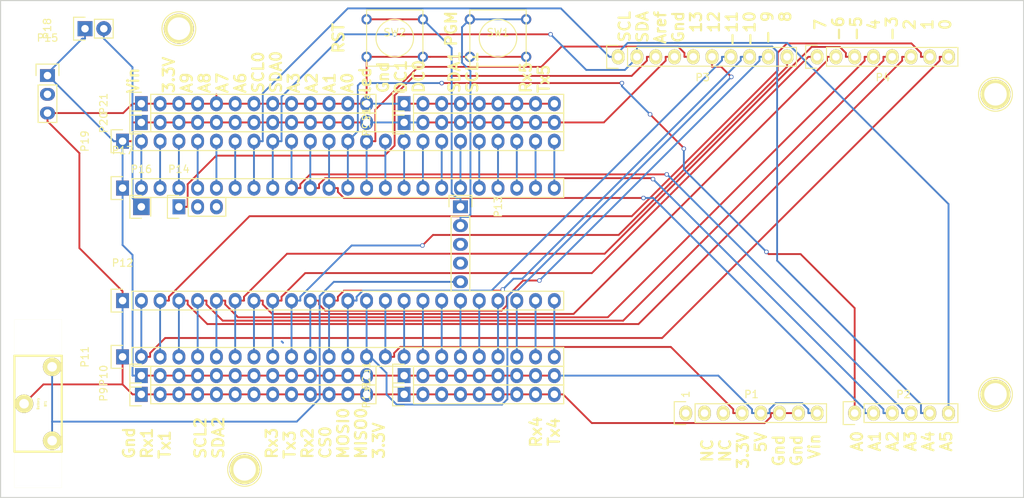
<source format=kicad_pcb>
(kicad_pcb (version 4) (host pcbnew 4.0.4-stable)

  (general
    (links 179)
    (no_connects 0)
    (area 41.072999 66.721666 180.801334 135.330001)
    (thickness 1.6)
    (drawings 14)
    (tracks 440)
    (zones 0)
    (modules 28)
    (nets 67)
  )

  (page A4)
  (title_block
    (date "lun. 30 mars 2015")
  )

  (layers
    (0 F.Cu signal)
    (31 B.Cu signal)
    (32 B.Adhes user)
    (33 F.Adhes user)
    (34 B.Paste user)
    (35 F.Paste user)
    (36 B.SilkS user)
    (37 F.SilkS user)
    (38 B.Mask user)
    (39 F.Mask user)
    (40 Dwgs.User user)
    (41 Cmts.User user)
    (42 Eco1.User user)
    (43 Eco2.User user)
    (44 Edge.Cuts user)
    (45 Margin user)
    (46 B.CrtYd user)
    (47 F.CrtYd user)
    (48 B.Fab user)
    (49 F.Fab user)
  )

  (setup
    (last_trace_width 0.25)
    (trace_clearance 0.2)
    (zone_clearance 0.508)
    (zone_45_only no)
    (trace_min 0.2)
    (segment_width 0.15)
    (edge_width 0.15)
    (via_size 0.6)
    (via_drill 0.4)
    (via_min_size 0.4)
    (via_min_drill 0.3)
    (uvia_size 0.3)
    (uvia_drill 0.1)
    (uvias_allowed no)
    (uvia_min_size 0.2)
    (uvia_min_drill 0.1)
    (pcb_text_width 0.3)
    (pcb_text_size 1.5 1.5)
    (mod_edge_width 0.15)
    (mod_text_size 1 1)
    (mod_text_width 0.15)
    (pad_size 4.064 4.064)
    (pad_drill 3.048)
    (pad_to_mask_clearance 0)
    (aux_axis_origin 110.998 126.365)
    (grid_origin 110.998 126.365)
    (visible_elements 7FFFFFFF)
    (pcbplotparams
      (layerselection 0x3ffff_80000001)
      (usegerberextensions false)
      (excludeedgelayer true)
      (linewidth 0.100000)
      (plotframeref false)
      (viasonmask false)
      (mode 1)
      (useauxorigin false)
      (hpglpennumber 1)
      (hpglpenspeed 20)
      (hpglpendiameter 15)
      (hpglpenoverlay 2)
      (psnegative false)
      (psa4output false)
      (plotreference true)
      (plotvalue true)
      (plotinvisibletext false)
      (padsonsilk false)
      (subtractmaskfromsilk false)
      (outputformat 1)
      (mirror false)
      (drillshape 0)
      (scaleselection 1)
      (outputdirectory Gerber/))
  )

  (net 0 "")
  (net 1 /IOREF)
  (net 2 /A0)
  (net 3 /A1)
  (net 4 /A2)
  (net 5 /A3)
  (net 6 "/A5(SCL)")
  (net 7 "/9(**)")
  (net 8 "/6(**)")
  (net 9 "/5(**)")
  (net 10 /4)
  (net 11 "/3(**)")
  (net 12 "/1(Tx)")
  (net 13 "/0(Rx)")
  (net 14 "Net-(P5-Pad1)")
  (net 15 "Net-(P6-Pad1)")
  (net 16 "Net-(P7-Pad1)")
  (net 17 "Net-(P8-Pad1)")
  (net 18 "/13(SCK)")
  (net 19 "/10(**/SS)")
  (net 20 "Net-(P1-Pad1)")
  (net 21 "/12(MISO)")
  (net 22 "/11(**/MOSI)")
  (net 23 "Net-(BT1-Pad1)")
  (net 24 "Net-(BT1-Pad2)")
  (net 25 "Net-(P1-Pad3)")
  (net 26 "Net-(P1-Pad4)")
  (net 27 "Net-(P1-Pad5)")
  (net 28 "Net-(P17-Pad9)")
  (net 29 "Net-(P17-Pad15)")
  (net 30 "Net-(P14-Pad3)")
  (net 31 "Net-(P11-Pad10)")
  (net 32 "Net-(P11-Pad9)")
  (net 33 "Net-(P11-Pad16)")
  (net 34 "Net-(P11-Pad17)")
  (net 35 "Net-(P11-Pad18)")
  (net 36 "Net-(P11-Pad19)")
  (net 37 "Net-(P11-Pad20)")
  (net 38 "Net-(P11-Pad21)")
  (net 39 "Net-(P11-Pad22)")
  (net 40 "Net-(P11-Pad23)")
  (net 41 "Net-(P11-Pad24)")
  (net 42 "Net-(P13-Pad1)")
  (net 43 "Net-(P13-Pad2)")
  (net 44 "Net-(P13-Pad3)")
  (net 45 "Net-(P13-Pad4)")
  (net 46 "Net-(P14-Pad1)")
  (net 47 "Net-(P14-Pad2)")
  (net 48 "Net-(P15-Pad2)")
  (net 49 "Net-(P16-Pad1)")
  (net 50 "Net-(P17-Pad2)")
  (net 51 "Net-(P17-Pad3)")
  (net 52 "Net-(P17-Pad4)")
  (net 53 "Net-(P17-Pad5)")
  (net 54 "Net-(P17-Pad6)")
  (net 55 "Net-(P17-Pad7)")
  (net 56 "Net-(P17-Pad16)")
  (net 57 "Net-(P17-Pad17)")
  (net 58 "Net-(P17-Pad18)")
  (net 59 "Net-(P17-Pad19)")
  (net 60 "Net-(P17-Pad20)")
  (net 61 "Net-(P17-Pad21)")
  (net 62 "Net-(P17-Pad22)")
  (net 63 "Net-(P17-Pad23)")
  (net 64 "Net-(P17-Pad24)")
  (net 65 "Net-(P11-Pad4)")
  (net 66 "Net-(P12-Pad15)")

  (net_class Default "This is the default net class."
    (clearance 0.2)
    (trace_width 0.25)
    (via_dia 0.6)
    (via_drill 0.4)
    (uvia_dia 0.3)
    (uvia_drill 0.1)
    (add_net "/0(Rx)")
    (add_net "/1(Tx)")
    (add_net "/10(**/SS)")
    (add_net "/11(**/MOSI)")
    (add_net "/12(MISO)")
    (add_net "/13(SCK)")
    (add_net "/3(**)")
    (add_net /4)
    (add_net "/5(**)")
    (add_net "/6(**)")
    (add_net "/9(**)")
    (add_net /A0)
    (add_net /A1)
    (add_net /A2)
    (add_net /A3)
    (add_net "/A5(SCL)")
    (add_net /IOREF)
    (add_net "Net-(BT1-Pad1)")
    (add_net "Net-(BT1-Pad2)")
    (add_net "Net-(P1-Pad1)")
    (add_net "Net-(P1-Pad3)")
    (add_net "Net-(P1-Pad4)")
    (add_net "Net-(P1-Pad5)")
    (add_net "Net-(P11-Pad10)")
    (add_net "Net-(P11-Pad16)")
    (add_net "Net-(P11-Pad17)")
    (add_net "Net-(P11-Pad18)")
    (add_net "Net-(P11-Pad19)")
    (add_net "Net-(P11-Pad20)")
    (add_net "Net-(P11-Pad21)")
    (add_net "Net-(P11-Pad22)")
    (add_net "Net-(P11-Pad23)")
    (add_net "Net-(P11-Pad24)")
    (add_net "Net-(P11-Pad4)")
    (add_net "Net-(P11-Pad9)")
    (add_net "Net-(P12-Pad15)")
    (add_net "Net-(P13-Pad1)")
    (add_net "Net-(P13-Pad2)")
    (add_net "Net-(P13-Pad3)")
    (add_net "Net-(P13-Pad4)")
    (add_net "Net-(P14-Pad1)")
    (add_net "Net-(P14-Pad2)")
    (add_net "Net-(P14-Pad3)")
    (add_net "Net-(P15-Pad2)")
    (add_net "Net-(P16-Pad1)")
    (add_net "Net-(P17-Pad15)")
    (add_net "Net-(P17-Pad16)")
    (add_net "Net-(P17-Pad17)")
    (add_net "Net-(P17-Pad18)")
    (add_net "Net-(P17-Pad19)")
    (add_net "Net-(P17-Pad2)")
    (add_net "Net-(P17-Pad20)")
    (add_net "Net-(P17-Pad21)")
    (add_net "Net-(P17-Pad22)")
    (add_net "Net-(P17-Pad23)")
    (add_net "Net-(P17-Pad24)")
    (add_net "Net-(P17-Pad3)")
    (add_net "Net-(P17-Pad4)")
    (add_net "Net-(P17-Pad5)")
    (add_net "Net-(P17-Pad6)")
    (add_net "Net-(P17-Pad7)")
    (add_net "Net-(P17-Pad9)")
    (add_net "Net-(P5-Pad1)")
    (add_net "Net-(P6-Pad1)")
    (add_net "Net-(P7-Pad1)")
    (add_net "Net-(P8-Pad1)")
  )

  (module Pin_Headers:Pin_Header_Straight_1x24 (layer F.Cu) (tedit 582E0439) (tstamp 5824FC85)
    (at 57.658 116.205 90)
    (descr "Through hole pin header")
    (tags "pin header")
    (path /5825090E)
    (fp_text reference P11 (at 0 -5.1 90) (layer F.SilkS)
      (effects (font (size 1 1) (thickness 0.15)))
    )
    (fp_text value CONN_01X24 (at 0 -3.1 90) (layer F.Fab) hide
      (effects (font (size 1 1) (thickness 0.15)))
    )
    (fp_line (start -1.75 -1.75) (end -1.75 60.2) (layer F.CrtYd) (width 0.05))
    (fp_line (start 1.75 -1.75) (end 1.75 60.2) (layer F.CrtYd) (width 0.05))
    (fp_line (start -1.75 -1.75) (end 1.75 -1.75) (layer F.CrtYd) (width 0.05))
    (fp_line (start -1.75 60.2) (end 1.75 60.2) (layer F.CrtYd) (width 0.05))
    (fp_line (start 1.27 1.27) (end 1.27 59.69) (layer F.SilkS) (width 0.15))
    (fp_line (start -1.27 1.27) (end -1.27 59.69) (layer F.SilkS) (width 0.15))
    (fp_line (start -1.27 59.69) (end 1.27 59.69) (layer F.SilkS) (width 0.15))
    (fp_line (start 1.55 -1.55) (end 1.55 0) (layer F.SilkS) (width 0.15))
    (fp_line (start 1.27 1.27) (end -1.27 1.27) (layer F.SilkS) (width 0.15))
    (fp_line (start -1.55 0) (end -1.55 -1.55) (layer F.SilkS) (width 0.15))
    (fp_line (start -1.55 -1.55) (end 1.55 -1.55) (layer F.SilkS) (width 0.15))
    (pad 1 thru_hole rect (at 0 0 90) (size 2.032 1.7272) (drill 1.016) (layers *.Cu *.Mask)
      (net 24 "Net-(BT1-Pad2)"))
    (pad 2 thru_hole oval (at 0 2.54 90) (size 2.032 1.7272) (drill 1.016) (layers *.Cu *.Mask)
      (net 13 "/0(Rx)"))
    (pad 3 thru_hole oval (at 0 5.08 90) (size 2.032 1.7272) (drill 1.016) (layers *.Cu *.Mask)
      (net 12 "/1(Tx)"))
    (pad 4 thru_hole oval (at 0 7.62 90) (size 2.032 1.7272) (drill 1.016) (layers *.Cu *.Mask)
      (net 65 "Net-(P11-Pad4)"))
    (pad 5 thru_hole oval (at 0 10.16 90) (size 2.032 1.7272) (drill 1.016) (layers *.Cu *.Mask)
      (net 11 "/3(**)"))
    (pad 6 thru_hole oval (at 0 12.7 90) (size 2.032 1.7272) (drill 1.016) (layers *.Cu *.Mask)
      (net 10 /4))
    (pad 7 thru_hole oval (at 0 15.24 90) (size 2.032 1.7272) (drill 1.016) (layers *.Cu *.Mask)
      (net 9 "/5(**)"))
    (pad 8 thru_hole oval (at 0 17.78 90) (size 2.032 1.7272) (drill 1.016) (layers *.Cu *.Mask)
      (net 8 "/6(**)"))
    (pad 9 thru_hole oval (at 0 20.32 90) (size 2.032 1.7272) (drill 1.016) (layers *.Cu *.Mask)
      (net 32 "Net-(P11-Pad9)"))
    (pad 10 thru_hole oval (at 0 22.86 90) (size 2.032 1.7272) (drill 1.016) (layers *.Cu *.Mask)
      (net 31 "Net-(P11-Pad10)"))
    (pad 11 thru_hole oval (at 0 25.4 90) (size 2.032 1.7272) (drill 1.016) (layers *.Cu *.Mask)
      (net 7 "/9(**)"))
    (pad 12 thru_hole oval (at 0 27.94 90) (size 2.032 1.7272) (drill 1.016) (layers *.Cu *.Mask)
      (net 19 "/10(**/SS)"))
    (pad 13 thru_hole oval (at 0 30.48 90) (size 2.032 1.7272) (drill 1.016) (layers *.Cu *.Mask)
      (net 22 "/11(**/MOSI)"))
    (pad 14 thru_hole oval (at 0 33.02 90) (size 2.032 1.7272) (drill 1.016) (layers *.Cu *.Mask)
      (net 21 "/12(MISO)"))
    (pad 15 thru_hole oval (at 0 35.56 90) (size 2.032 1.7272) (drill 1.016) (layers *.Cu *.Mask)
      (net 26 "Net-(P1-Pad4)"))
    (pad 16 thru_hole oval (at 0 38.1 90) (size 2.032 1.7272) (drill 1.016) (layers *.Cu *.Mask)
      (net 33 "Net-(P11-Pad16)"))
    (pad 17 thru_hole oval (at 0 40.64 90) (size 2.032 1.7272) (drill 1.016) (layers *.Cu *.Mask)
      (net 34 "Net-(P11-Pad17)"))
    (pad 18 thru_hole oval (at 0 43.18 90) (size 2.032 1.7272) (drill 1.016) (layers *.Cu *.Mask)
      (net 35 "Net-(P11-Pad18)"))
    (pad 19 thru_hole oval (at 0 45.72 90) (size 2.032 1.7272) (drill 1.016) (layers *.Cu *.Mask)
      (net 36 "Net-(P11-Pad19)"))
    (pad 20 thru_hole oval (at 0 48.26 90) (size 2.032 1.7272) (drill 1.016) (layers *.Cu *.Mask)
      (net 37 "Net-(P11-Pad20)"))
    (pad 21 thru_hole oval (at 0 50.8 90) (size 2.032 1.7272) (drill 1.016) (layers *.Cu *.Mask)
      (net 38 "Net-(P11-Pad21)"))
    (pad 22 thru_hole oval (at 0 53.34 90) (size 2.032 1.7272) (drill 1.016) (layers *.Cu *.Mask)
      (net 39 "Net-(P11-Pad22)"))
    (pad 23 thru_hole oval (at 0 55.88 90) (size 2.032 1.7272) (drill 1.016) (layers *.Cu *.Mask)
      (net 40 "Net-(P11-Pad23)"))
    (pad 24 thru_hole oval (at 0 58.42 90) (size 2.032 1.7272) (drill 1.016) (layers *.Cu *.Mask)
      (net 41 "Net-(P11-Pad24)"))
    (model Pin_Headers.3dshapes/Pin_Header_Straight_1x24.wrl
      (at (xyz 0 -1.15 0))
      (scale (xyz 1 1 1))
      (rotate (xyz 0 0 90))
    )
  )

  (module Socket_Arduino_Uno:Socket_Strip_Arduino_1x08 locked (layer F.Cu) (tedit 552168D2) (tstamp 551AF9EA)
    (at 133.858 123.825)
    (descr "Through hole socket strip")
    (tags "socket strip")
    (path /56D70129)
    (fp_text reference P1 (at 8.89 -2.54) (layer F.SilkS)
      (effects (font (size 1 1) (thickness 0.15)))
    )
    (fp_text value Power (at 8.89 -4.064) (layer F.Fab)
      (effects (font (size 1 1) (thickness 0.15)))
    )
    (fp_line (start -1.75 -1.75) (end -1.75 1.75) (layer F.CrtYd) (width 0.05))
    (fp_line (start 19.55 -1.75) (end 19.55 1.75) (layer F.CrtYd) (width 0.05))
    (fp_line (start -1.75 -1.75) (end 19.55 -1.75) (layer F.CrtYd) (width 0.05))
    (fp_line (start -1.75 1.75) (end 19.55 1.75) (layer F.CrtYd) (width 0.05))
    (fp_line (start 1.27 1.27) (end 19.05 1.27) (layer F.SilkS) (width 0.15))
    (fp_line (start 19.05 1.27) (end 19.05 -1.27) (layer F.SilkS) (width 0.15))
    (fp_line (start 19.05 -1.27) (end 1.27 -1.27) (layer F.SilkS) (width 0.15))
    (fp_line (start -1.55 1.55) (end 0 1.55) (layer F.SilkS) (width 0.15))
    (fp_line (start 1.27 1.27) (end 1.27 -1.27) (layer F.SilkS) (width 0.15))
    (fp_line (start 0 -1.55) (end -1.55 -1.55) (layer F.SilkS) (width 0.15))
    (fp_line (start -1.55 -1.55) (end -1.55 1.55) (layer F.SilkS) (width 0.15))
    (pad 1 thru_hole oval (at 0 0) (size 1.7272 2.032) (drill 1.016) (layers *.Cu *.Mask F.SilkS)
      (net 20 "Net-(P1-Pad1)"))
    (pad 2 thru_hole oval (at 2.54 0) (size 1.7272 2.032) (drill 1.016) (layers *.Cu *.Mask F.SilkS)
      (net 1 /IOREF))
    (pad 3 thru_hole oval (at 5.08 0) (size 1.7272 2.032) (drill 1.016) (layers *.Cu *.Mask F.SilkS)
      (net 25 "Net-(P1-Pad3)"))
    (pad 4 thru_hole oval (at 7.62 0) (size 1.7272 2.032) (drill 1.016) (layers *.Cu *.Mask F.SilkS)
      (net 26 "Net-(P1-Pad4)"))
    (pad 5 thru_hole oval (at 10.16 0) (size 1.7272 2.032) (drill 1.016) (layers *.Cu *.Mask F.SilkS)
      (net 27 "Net-(P1-Pad5)"))
    (pad 6 thru_hole oval (at 12.7 0) (size 1.7272 2.032) (drill 1.016) (layers *.Cu *.Mask F.SilkS)
      (net 24 "Net-(BT1-Pad2)"))
    (pad 7 thru_hole oval (at 15.24 0) (size 1.7272 2.032) (drill 1.016) (layers *.Cu *.Mask F.SilkS)
      (net 24 "Net-(BT1-Pad2)"))
    (pad 8 thru_hole oval (at 17.78 0) (size 1.7272 2.032) (drill 1.016) (layers *.Cu *.Mask F.SilkS)
      (net 27 "Net-(P1-Pad5)"))
    (model ${KIPRJMOD}/Socket_Arduino_Uno.3dshapes/Socket_header_Arduino_1x08.wrl
      (at (xyz 0.35 0 0))
      (scale (xyz 1 1 1))
      (rotate (xyz 0 0 180))
    )
  )

  (module Socket_Arduino_Uno:Socket_Strip_Arduino_1x06 locked (layer F.Cu) (tedit 552168D6) (tstamp 551AF9FF)
    (at 156.718 123.825)
    (descr "Through hole socket strip")
    (tags "socket strip")
    (path /56D70DD8)
    (fp_text reference P2 (at 6.604 -2.54) (layer F.SilkS)
      (effects (font (size 1 1) (thickness 0.15)))
    )
    (fp_text value Analog (at 6.604 -4.064) (layer F.Fab)
      (effects (font (size 1 1) (thickness 0.15)))
    )
    (fp_line (start -1.75 -1.75) (end -1.75 1.75) (layer F.CrtYd) (width 0.05))
    (fp_line (start 14.45 -1.75) (end 14.45 1.75) (layer F.CrtYd) (width 0.05))
    (fp_line (start -1.75 -1.75) (end 14.45 -1.75) (layer F.CrtYd) (width 0.05))
    (fp_line (start -1.75 1.75) (end 14.45 1.75) (layer F.CrtYd) (width 0.05))
    (fp_line (start 1.27 1.27) (end 13.97 1.27) (layer F.SilkS) (width 0.15))
    (fp_line (start 13.97 1.27) (end 13.97 -1.27) (layer F.SilkS) (width 0.15))
    (fp_line (start 13.97 -1.27) (end 1.27 -1.27) (layer F.SilkS) (width 0.15))
    (fp_line (start -1.55 1.55) (end 0 1.55) (layer F.SilkS) (width 0.15))
    (fp_line (start 1.27 1.27) (end 1.27 -1.27) (layer F.SilkS) (width 0.15))
    (fp_line (start 0 -1.55) (end -1.55 -1.55) (layer F.SilkS) (width 0.15))
    (fp_line (start -1.55 -1.55) (end -1.55 1.55) (layer F.SilkS) (width 0.15))
    (pad 1 thru_hole oval (at 0 0) (size 1.7272 2.032) (drill 1.016) (layers *.Cu *.Mask F.SilkS)
      (net 2 /A0))
    (pad 2 thru_hole oval (at 2.54 0) (size 1.7272 2.032) (drill 1.016) (layers *.Cu *.Mask F.SilkS)
      (net 3 /A1))
    (pad 3 thru_hole oval (at 5.08 0) (size 1.7272 2.032) (drill 1.016) (layers *.Cu *.Mask F.SilkS)
      (net 4 /A2))
    (pad 4 thru_hole oval (at 7.62 0) (size 1.7272 2.032) (drill 1.016) (layers *.Cu *.Mask F.SilkS)
      (net 5 /A3))
    (pad 5 thru_hole oval (at 10.16 0) (size 1.7272 2.032) (drill 1.016) (layers *.Cu *.Mask F.SilkS)
      (net 28 "Net-(P17-Pad9)"))
    (pad 6 thru_hole oval (at 12.7 0) (size 1.7272 2.032) (drill 1.016) (layers *.Cu *.Mask F.SilkS)
      (net 6 "/A5(SCL)"))
    (model ${KIPRJMOD}/Socket_Arduino_Uno.3dshapes/Socket_header_Arduino_1x06.wrl
      (at (xyz 0.25 0 0))
      (scale (xyz 1 1 1))
      (rotate (xyz 0 0 180))
    )
  )

  (module Socket_Arduino_Uno:Socket_Strip_Arduino_1x10 locked (layer F.Cu) (tedit 552168BF) (tstamp 551AFA18)
    (at 124.714 75.565)
    (descr "Through hole socket strip")
    (tags "socket strip")
    (path /56D721E0)
    (fp_text reference P3 (at 11.43 2.794) (layer F.SilkS)
      (effects (font (size 1 1) (thickness 0.15)))
    )
    (fp_text value Digital (at 11.43 4.318) (layer F.Fab)
      (effects (font (size 1 1) (thickness 0.15)))
    )
    (fp_line (start -1.75 -1.75) (end -1.75 1.75) (layer F.CrtYd) (width 0.05))
    (fp_line (start 24.65 -1.75) (end 24.65 1.75) (layer F.CrtYd) (width 0.05))
    (fp_line (start -1.75 -1.75) (end 24.65 -1.75) (layer F.CrtYd) (width 0.05))
    (fp_line (start -1.75 1.75) (end 24.65 1.75) (layer F.CrtYd) (width 0.05))
    (fp_line (start 1.27 1.27) (end 24.13 1.27) (layer F.SilkS) (width 0.15))
    (fp_line (start 24.13 1.27) (end 24.13 -1.27) (layer F.SilkS) (width 0.15))
    (fp_line (start 24.13 -1.27) (end 1.27 -1.27) (layer F.SilkS) (width 0.15))
    (fp_line (start -1.55 1.55) (end 0 1.55) (layer F.SilkS) (width 0.15))
    (fp_line (start 1.27 1.27) (end 1.27 -1.27) (layer F.SilkS) (width 0.15))
    (fp_line (start 0 -1.55) (end -1.55 -1.55) (layer F.SilkS) (width 0.15))
    (fp_line (start -1.55 -1.55) (end -1.55 1.55) (layer F.SilkS) (width 0.15))
    (pad 1 thru_hole oval (at 0 0) (size 1.7272 2.032) (drill 1.016) (layers *.Cu *.Mask F.SilkS)
      (net 6 "/A5(SCL)"))
    (pad 2 thru_hole oval (at 2.54 0) (size 1.7272 2.032) (drill 1.016) (layers *.Cu *.Mask F.SilkS)
      (net 28 "Net-(P17-Pad9)"))
    (pad 3 thru_hole oval (at 5.08 0) (size 1.7272 2.032) (drill 1.016) (layers *.Cu *.Mask F.SilkS)
      (net 46 "Net-(P14-Pad1)"))
    (pad 4 thru_hole oval (at 7.62 0) (size 1.7272 2.032) (drill 1.016) (layers *.Cu *.Mask F.SilkS)
      (net 27 "Net-(P1-Pad5)"))
    (pad 5 thru_hole oval (at 10.16 0) (size 1.7272 2.032) (drill 1.016) (layers *.Cu *.Mask F.SilkS)
      (net 18 "/13(SCK)"))
    (pad 6 thru_hole oval (at 12.7 0) (size 1.7272 2.032) (drill 1.016) (layers *.Cu *.Mask F.SilkS)
      (net 21 "/12(MISO)"))
    (pad 7 thru_hole oval (at 15.24 0) (size 1.7272 2.032) (drill 1.016) (layers *.Cu *.Mask F.SilkS)
      (net 22 "/11(**/MOSI)"))
    (pad 8 thru_hole oval (at 17.78 0) (size 1.7272 2.032) (drill 1.016) (layers *.Cu *.Mask F.SilkS)
      (net 19 "/10(**/SS)"))
    (pad 9 thru_hole oval (at 20.32 0) (size 1.7272 2.032) (drill 1.016) (layers *.Cu *.Mask F.SilkS)
      (net 7 "/9(**)"))
    (pad 10 thru_hole oval (at 22.86 0) (size 1.7272 2.032) (drill 1.016) (layers *.Cu *.Mask F.SilkS)
      (net 31 "Net-(P11-Pad10)"))
    (model ${KIPRJMOD}/Socket_Arduino_Uno.3dshapes/Socket_header_Arduino_1x10.wrl
      (at (xyz 0.45 0 0))
      (scale (xyz 1 1 1))
      (rotate (xyz 0 0 180))
    )
  )

  (module Socket_Arduino_Uno:Socket_Strip_Arduino_1x08 locked (layer F.Cu) (tedit 552168C7) (tstamp 551AFA2F)
    (at 151.638 75.565)
    (descr "Through hole socket strip")
    (tags "socket strip")
    (path /56D7164F)
    (fp_text reference P4 (at 8.89 2.794) (layer F.SilkS)
      (effects (font (size 1 1) (thickness 0.15)))
    )
    (fp_text value Digital (at 8.89 4.318) (layer F.Fab)
      (effects (font (size 1 1) (thickness 0.15)))
    )
    (fp_line (start -1.75 -1.75) (end -1.75 1.75) (layer F.CrtYd) (width 0.05))
    (fp_line (start 19.55 -1.75) (end 19.55 1.75) (layer F.CrtYd) (width 0.05))
    (fp_line (start -1.75 -1.75) (end 19.55 -1.75) (layer F.CrtYd) (width 0.05))
    (fp_line (start -1.75 1.75) (end 19.55 1.75) (layer F.CrtYd) (width 0.05))
    (fp_line (start 1.27 1.27) (end 19.05 1.27) (layer F.SilkS) (width 0.15))
    (fp_line (start 19.05 1.27) (end 19.05 -1.27) (layer F.SilkS) (width 0.15))
    (fp_line (start 19.05 -1.27) (end 1.27 -1.27) (layer F.SilkS) (width 0.15))
    (fp_line (start -1.55 1.55) (end 0 1.55) (layer F.SilkS) (width 0.15))
    (fp_line (start 1.27 1.27) (end 1.27 -1.27) (layer F.SilkS) (width 0.15))
    (fp_line (start 0 -1.55) (end -1.55 -1.55) (layer F.SilkS) (width 0.15))
    (fp_line (start -1.55 -1.55) (end -1.55 1.55) (layer F.SilkS) (width 0.15))
    (pad 1 thru_hole oval (at 0 0) (size 1.7272 2.032) (drill 1.016) (layers *.Cu *.Mask F.SilkS)
      (net 32 "Net-(P11-Pad9)"))
    (pad 2 thru_hole oval (at 2.54 0) (size 1.7272 2.032) (drill 1.016) (layers *.Cu *.Mask F.SilkS)
      (net 8 "/6(**)"))
    (pad 3 thru_hole oval (at 5.08 0) (size 1.7272 2.032) (drill 1.016) (layers *.Cu *.Mask F.SilkS)
      (net 9 "/5(**)"))
    (pad 4 thru_hole oval (at 7.62 0) (size 1.7272 2.032) (drill 1.016) (layers *.Cu *.Mask F.SilkS)
      (net 10 /4))
    (pad 5 thru_hole oval (at 10.16 0) (size 1.7272 2.032) (drill 1.016) (layers *.Cu *.Mask F.SilkS)
      (net 11 "/3(**)"))
    (pad 6 thru_hole oval (at 12.7 0) (size 1.7272 2.032) (drill 1.016) (layers *.Cu *.Mask F.SilkS)
      (net 65 "Net-(P11-Pad4)"))
    (pad 7 thru_hole oval (at 15.24 0) (size 1.7272 2.032) (drill 1.016) (layers *.Cu *.Mask F.SilkS)
      (net 12 "/1(Tx)"))
    (pad 8 thru_hole oval (at 17.78 0) (size 1.7272 2.032) (drill 1.016) (layers *.Cu *.Mask F.SilkS)
      (net 13 "/0(Rx)"))
    (model ${KIPRJMOD}/Socket_Arduino_Uno.3dshapes/Socket_header_Arduino_1x08.wrl
      (at (xyz 0.35 0 0))
      (scale (xyz 1 1 1))
      (rotate (xyz 0 0 180))
    )
  )

  (module Socket_Arduino_Uno:Arduino_1pin (layer F.Cu) (tedit 5524FC39) (tstamp 5524FC3F)
    (at 74.168 131.445)
    (descr "module 1 pin (ou trou mecanique de percage)")
    (tags DEV)
    (path /56D71177)
    (fp_text reference P5 (at 0 -3.048) (layer F.SilkS) hide
      (effects (font (size 1 1) (thickness 0.15)))
    )
    (fp_text value CONN_01X01 (at 0 2.794) (layer F.Fab) hide
      (effects (font (size 1 1) (thickness 0.15)))
    )
    (fp_circle (center 0 0) (end 0 -2.286) (layer F.SilkS) (width 0.15))
    (pad 1 thru_hole circle (at 0 0) (size 4.064 4.064) (drill 3.048) (layers *.Cu *.Mask F.SilkS)
      (net 14 "Net-(P5-Pad1)"))
  )

  (module Socket_Arduino_Uno:Arduino_1pin (layer F.Cu) (tedit 5524FC4A) (tstamp 5524FC44)
    (at 175.768 121.285)
    (descr "module 1 pin (ou trou mecanique de percage)")
    (tags DEV)
    (path /56D71274)
    (fp_text reference P6 (at 0 -3.048) (layer F.SilkS) hide
      (effects (font (size 1 1) (thickness 0.15)))
    )
    (fp_text value CONN_01X01 (at 0 2.794) (layer F.Fab) hide
      (effects (font (size 1 1) (thickness 0.15)))
    )
    (fp_circle (center 0 0) (end 0 -2.286) (layer F.SilkS) (width 0.15))
    (pad 1 thru_hole circle (at 0 0) (size 4.064 4.064) (drill 3.048) (layers *.Cu *.Mask F.SilkS)
      (net 15 "Net-(P6-Pad1)"))
  )

  (module Socket_Arduino_Uno:Arduino_1pin (layer F.Cu) (tedit 5524FC2F) (tstamp 5524FC49)
    (at 65.278 71.755)
    (descr "module 1 pin (ou trou mecanique de percage)")
    (tags DEV)
    (path /56D712A8)
    (fp_text reference P7 (at 0 -3.048) (layer F.SilkS) hide
      (effects (font (size 1 1) (thickness 0.15)))
    )
    (fp_text value CONN_01X01 (at 0 2.794) (layer F.Fab) hide
      (effects (font (size 1 1) (thickness 0.15)))
    )
    (fp_circle (center 0 0) (end 0 -2.286) (layer F.SilkS) (width 0.15))
    (pad 1 thru_hole circle (at 0 0) (size 4.064 4.064) (drill 3.048) (layers *.Cu *.Mask F.SilkS)
      (net 16 "Net-(P7-Pad1)"))
  )

  (module Socket_Arduino_Uno:Arduino_1pin (layer F.Cu) (tedit 5524FC41) (tstamp 5524FC4E)
    (at 175.768 80.645)
    (descr "module 1 pin (ou trou mecanique de percage)")
    (tags DEV)
    (path /56D712DB)
    (fp_text reference P8 (at 0 -3.048) (layer F.SilkS) hide
      (effects (font (size 1 1) (thickness 0.15)))
    )
    (fp_text value CONN_01X01 (at 0 2.794) (layer F.Fab) hide
      (effects (font (size 1 1) (thickness 0.15)))
    )
    (fp_circle (center 0 0) (end 0 -2.286) (layer F.SilkS) (width 0.15))
    (pad 1 thru_hole circle (at 0 0) (size 4.064 4.064) (drill 3.048) (layers *.Cu *.Mask F.SilkS)
      (net 17 "Net-(P8-Pad1)"))
  )

  (module Battery_Holders:BAT_HOLDER_2032 (layer F.Cu) (tedit 5045E603) (tstamp 5824FBA2)
    (at 46.228 122.555 90)
    (path /58250954)
    (fp_text reference BT1 (at 0 1.00076 90) (layer F.SilkS)
      (effects (font (size 0.29972 0.29972) (thickness 0.0762)))
    )
    (fp_text value Battery (at 0 0 90) (layer F.SilkS)
      (effects (font (size 0.29972 0.29972) (thickness 0.0762)))
    )
    (fp_line (start 6.49986 3.2004) (end -6.49986 3.2004) (layer F.SilkS) (width 0.29972))
    (fp_line (start 6.49986 -3.2004) (end -6.49986 -3.2004) (layer F.SilkS) (width 0.29972))
    (fp_line (start -6.49986 3.2004) (end -6.49986 -3.2004) (layer F.SilkS) (width 0.29972))
    (fp_line (start 6.49986 3.2004) (end 6.49986 -3.2004) (layer F.SilkS) (width 0.29972))
    (fp_line (start -11.39952 -3.2004) (end 11.39952 -3.2004) (layer F.SilkS) (width 0.01016))
    (fp_line (start 11.39952 -3.2004) (end 11.39952 3.2004) (layer F.SilkS) (width 0.01016))
    (fp_line (start 11.39952 3.2004) (end -11.39952 3.2004) (layer F.SilkS) (width 0.01016))
    (fp_line (start -11.39952 3.2004) (end -11.39952 -3.2004) (layer F.SilkS) (width 0.01016))
    (pad 1 thru_hole circle (at -5.00126 1.89992 90) (size 2.49936 2.49936) (drill 1.30048) (layers *.Cu *.Mask F.SilkS)
      (net 23 "Net-(BT1-Pad1)"))
    (pad 2 thru_hole circle (at 0 -1.89992 90) (size 2.49936 2.49936) (drill 1.30048) (layers *.Cu *.Mask F.SilkS)
      (net 24 "Net-(BT1-Pad2)"))
    (pad 1 thru_hole circle (at 5.00126 1.89992 90) (size 2.49936 2.49936) (drill 1.30048) (layers *.Cu *.Mask F.SilkS)
      (net 23 "Net-(BT1-Pad1)"))
  )

  (module Pin_Headers:Pin_Header_Straight_1x09 (layer F.Cu) (tedit 582E0446) (tstamp 5824FBBA)
    (at 95.758 121.285 90)
    (descr "Through hole pin header")
    (tags "pin header")
    (path /5825099A)
    (fp_text reference P1a1 (at 0 -5.1 90) (layer F.SilkS)
      (effects (font (size 1 1) (thickness 0.15)))
    )
    (fp_text value CONN_01X09 (at 0 -3.1 90) (layer F.Fab) hide
      (effects (font (size 1 1) (thickness 0.15)))
    )
    (fp_line (start -1.75 -1.75) (end -1.75 22.1) (layer F.CrtYd) (width 0.05))
    (fp_line (start 1.75 -1.75) (end 1.75 22.1) (layer F.CrtYd) (width 0.05))
    (fp_line (start -1.75 -1.75) (end 1.75 -1.75) (layer F.CrtYd) (width 0.05))
    (fp_line (start -1.75 22.1) (end 1.75 22.1) (layer F.CrtYd) (width 0.05))
    (fp_line (start 1.27 1.27) (end 1.27 21.59) (layer F.SilkS) (width 0.15))
    (fp_line (start 1.27 21.59) (end -1.27 21.59) (layer F.SilkS) (width 0.15))
    (fp_line (start -1.27 21.59) (end -1.27 1.27) (layer F.SilkS) (width 0.15))
    (fp_line (start 1.55 -1.55) (end 1.55 0) (layer F.SilkS) (width 0.15))
    (fp_line (start 1.27 1.27) (end -1.27 1.27) (layer F.SilkS) (width 0.15))
    (fp_line (start -1.55 0) (end -1.55 -1.55) (layer F.SilkS) (width 0.15))
    (fp_line (start -1.55 -1.55) (end 1.55 -1.55) (layer F.SilkS) (width 0.15))
    (pad 1 thru_hole rect (at 0 0 90) (size 2.032 1.7272) (drill 1.016) (layers *.Cu *.Mask)
      (net 24 "Net-(BT1-Pad2)"))
    (pad 2 thru_hole oval (at 0 2.54 90) (size 2.032 1.7272) (drill 1.016) (layers *.Cu *.Mask)
      (net 24 "Net-(BT1-Pad2)"))
    (pad 3 thru_hole oval (at 0 5.08 90) (size 2.032 1.7272) (drill 1.016) (layers *.Cu *.Mask)
      (net 24 "Net-(BT1-Pad2)"))
    (pad 4 thru_hole oval (at 0 7.62 90) (size 2.032 1.7272) (drill 1.016) (layers *.Cu *.Mask)
      (net 24 "Net-(BT1-Pad2)"))
    (pad 5 thru_hole oval (at 0 10.16 90) (size 2.032 1.7272) (drill 1.016) (layers *.Cu *.Mask)
      (net 24 "Net-(BT1-Pad2)"))
    (pad 6 thru_hole oval (at 0 12.7 90) (size 2.032 1.7272) (drill 1.016) (layers *.Cu *.Mask)
      (net 24 "Net-(BT1-Pad2)"))
    (pad 7 thru_hole oval (at 0 15.24 90) (size 2.032 1.7272) (drill 1.016) (layers *.Cu *.Mask)
      (net 24 "Net-(BT1-Pad2)"))
    (pad 8 thru_hole oval (at 0 17.78 90) (size 2.032 1.7272) (drill 1.016) (layers *.Cu *.Mask)
      (net 24 "Net-(BT1-Pad2)"))
    (pad 9 thru_hole oval (at 0 20.32 90) (size 2.032 1.7272) (drill 1.016) (layers *.Cu *.Mask)
      (net 24 "Net-(BT1-Pad2)"))
    (model Pin_Headers.3dshapes/Pin_Header_Straight_1x09.wrl
      (at (xyz 0 -0.4 0))
      (scale (xyz 1 1 1))
      (rotate (xyz 0 0 90))
    )
  )

  (module Pin_Headers:Pin_Header_Straight_1x09 (layer F.Cu) (tedit 0) (tstamp 5824FBD2)
    (at 95.758 118.745 90)
    (descr "Through hole pin header")
    (tags "pin header")
    (path /58250993)
    (fp_text reference P2a1 (at 0 -5.1 90) (layer F.SilkS)
      (effects (font (size 1 1) (thickness 0.15)))
    )
    (fp_text value CONN_01X09 (at 0 -3.1 90) (layer F.Fab)
      (effects (font (size 1 1) (thickness 0.15)))
    )
    (fp_line (start -1.75 -1.75) (end -1.75 22.1) (layer F.CrtYd) (width 0.05))
    (fp_line (start 1.75 -1.75) (end 1.75 22.1) (layer F.CrtYd) (width 0.05))
    (fp_line (start -1.75 -1.75) (end 1.75 -1.75) (layer F.CrtYd) (width 0.05))
    (fp_line (start -1.75 22.1) (end 1.75 22.1) (layer F.CrtYd) (width 0.05))
    (fp_line (start 1.27 1.27) (end 1.27 21.59) (layer F.SilkS) (width 0.15))
    (fp_line (start 1.27 21.59) (end -1.27 21.59) (layer F.SilkS) (width 0.15))
    (fp_line (start -1.27 21.59) (end -1.27 1.27) (layer F.SilkS) (width 0.15))
    (fp_line (start 1.55 -1.55) (end 1.55 0) (layer F.SilkS) (width 0.15))
    (fp_line (start 1.27 1.27) (end -1.27 1.27) (layer F.SilkS) (width 0.15))
    (fp_line (start -1.55 0) (end -1.55 -1.55) (layer F.SilkS) (width 0.15))
    (fp_line (start -1.55 -1.55) (end 1.55 -1.55) (layer F.SilkS) (width 0.15))
    (pad 1 thru_hole rect (at 0 0 90) (size 2.032 1.7272) (drill 1.016) (layers *.Cu *.Mask)
      (net 27 "Net-(P1-Pad5)"))
    (pad 2 thru_hole oval (at 0 2.54 90) (size 2.032 1.7272) (drill 1.016) (layers *.Cu *.Mask)
      (net 27 "Net-(P1-Pad5)"))
    (pad 3 thru_hole oval (at 0 5.08 90) (size 2.032 1.7272) (drill 1.016) (layers *.Cu *.Mask)
      (net 27 "Net-(P1-Pad5)"))
    (pad 4 thru_hole oval (at 0 7.62 90) (size 2.032 1.7272) (drill 1.016) (layers *.Cu *.Mask)
      (net 27 "Net-(P1-Pad5)"))
    (pad 5 thru_hole oval (at 0 10.16 90) (size 2.032 1.7272) (drill 1.016) (layers *.Cu *.Mask)
      (net 27 "Net-(P1-Pad5)"))
    (pad 6 thru_hole oval (at 0 12.7 90) (size 2.032 1.7272) (drill 1.016) (layers *.Cu *.Mask)
      (net 27 "Net-(P1-Pad5)"))
    (pad 7 thru_hole oval (at 0 15.24 90) (size 2.032 1.7272) (drill 1.016) (layers *.Cu *.Mask)
      (net 27 "Net-(P1-Pad5)"))
    (pad 8 thru_hole oval (at 0 17.78 90) (size 2.032 1.7272) (drill 1.016) (layers *.Cu *.Mask)
      (net 27 "Net-(P1-Pad5)"))
    (pad 9 thru_hole oval (at 0 20.32 90) (size 2.032 1.7272) (drill 1.016) (layers *.Cu *.Mask)
      (net 27 "Net-(P1-Pad5)"))
    (model Pin_Headers.3dshapes/Pin_Header_Straight_1x09.wrl
      (at (xyz 0 -0.4 0))
      (scale (xyz 1 1 1))
      (rotate (xyz 0 0 90))
    )
  )

  (module Pin_Headers:Pin_Header_Straight_1x13 (layer F.Cu) (tedit 582E0427) (tstamp 5824FC12)
    (at 60.198 121.285 90)
    (descr "Through hole pin header")
    (tags "pin header")
    (path /5825098C)
    (fp_text reference P9 (at 0 -5.1 90) (layer F.SilkS)
      (effects (font (size 1 1) (thickness 0.15)))
    )
    (fp_text value CONN_01X13 (at 0 -3.1 90) (layer F.Fab) hide
      (effects (font (size 1 1) (thickness 0.15)))
    )
    (fp_line (start -1.75 -1.75) (end -1.75 32.25) (layer F.CrtYd) (width 0.05))
    (fp_line (start 1.75 -1.75) (end 1.75 32.25) (layer F.CrtYd) (width 0.05))
    (fp_line (start -1.75 -1.75) (end 1.75 -1.75) (layer F.CrtYd) (width 0.05))
    (fp_line (start -1.75 32.25) (end 1.75 32.25) (layer F.CrtYd) (width 0.05))
    (fp_line (start -1.27 1.27) (end -1.27 31.75) (layer F.SilkS) (width 0.15))
    (fp_line (start -1.27 31.75) (end 1.27 31.75) (layer F.SilkS) (width 0.15))
    (fp_line (start 1.27 31.75) (end 1.27 1.27) (layer F.SilkS) (width 0.15))
    (fp_line (start 1.55 -1.55) (end 1.55 0) (layer F.SilkS) (width 0.15))
    (fp_line (start 1.27 1.27) (end -1.27 1.27) (layer F.SilkS) (width 0.15))
    (fp_line (start -1.55 0) (end -1.55 -1.55) (layer F.SilkS) (width 0.15))
    (fp_line (start -1.55 -1.55) (end 1.55 -1.55) (layer F.SilkS) (width 0.15))
    (pad 1 thru_hole rect (at 0 0 90) (size 2.032 1.7272) (drill 1.016) (layers *.Cu *.Mask)
      (net 24 "Net-(BT1-Pad2)"))
    (pad 2 thru_hole oval (at 0 2.54 90) (size 2.032 1.7272) (drill 1.016) (layers *.Cu *.Mask)
      (net 24 "Net-(BT1-Pad2)"))
    (pad 3 thru_hole oval (at 0 5.08 90) (size 2.032 1.7272) (drill 1.016) (layers *.Cu *.Mask)
      (net 24 "Net-(BT1-Pad2)"))
    (pad 4 thru_hole oval (at 0 7.62 90) (size 2.032 1.7272) (drill 1.016) (layers *.Cu *.Mask)
      (net 24 "Net-(BT1-Pad2)"))
    (pad 5 thru_hole oval (at 0 10.16 90) (size 2.032 1.7272) (drill 1.016) (layers *.Cu *.Mask)
      (net 24 "Net-(BT1-Pad2)"))
    (pad 6 thru_hole oval (at 0 12.7 90) (size 2.032 1.7272) (drill 1.016) (layers *.Cu *.Mask)
      (net 24 "Net-(BT1-Pad2)"))
    (pad 7 thru_hole oval (at 0 15.24 90) (size 2.032 1.7272) (drill 1.016) (layers *.Cu *.Mask)
      (net 24 "Net-(BT1-Pad2)"))
    (pad 8 thru_hole oval (at 0 17.78 90) (size 2.032 1.7272) (drill 1.016) (layers *.Cu *.Mask)
      (net 24 "Net-(BT1-Pad2)"))
    (pad 9 thru_hole oval (at 0 20.32 90) (size 2.032 1.7272) (drill 1.016) (layers *.Cu *.Mask)
      (net 24 "Net-(BT1-Pad2)"))
    (pad 10 thru_hole oval (at 0 22.86 90) (size 2.032 1.7272) (drill 1.016) (layers *.Cu *.Mask)
      (net 24 "Net-(BT1-Pad2)"))
    (pad 11 thru_hole oval (at 0 25.4 90) (size 2.032 1.7272) (drill 1.016) (layers *.Cu *.Mask)
      (net 24 "Net-(BT1-Pad2)"))
    (pad 12 thru_hole oval (at 0 27.94 90) (size 2.032 1.7272) (drill 1.016) (layers *.Cu *.Mask)
      (net 24 "Net-(BT1-Pad2)"))
    (pad 13 thru_hole oval (at 0 30.48 90) (size 2.032 1.7272) (drill 1.016) (layers *.Cu *.Mask)
      (net 24 "Net-(BT1-Pad2)"))
    (model Pin_Headers.3dshapes/Pin_Header_Straight_1x13.wrl
      (at (xyz 0 -0.6 0))
      (scale (xyz 1 1 1))
      (rotate (xyz 0 0 90))
    )
  )

  (module Pin_Headers:Pin_Header_Straight_1x09 (layer F.Cu) (tedit 582E03D7) (tstamp 5824FC2A)
    (at 95.758 84.455 90)
    (descr "Through hole pin header")
    (tags "pin header")
    (path /58250977)
    (fp_text reference P9a1 (at 0 -5.1 90) (layer F.SilkS)
      (effects (font (size 1 1) (thickness 0.15)))
    )
    (fp_text value CONN_01X09 (at 0 -3.1 90) (layer F.Fab) hide
      (effects (font (size 1 1) (thickness 0.15)))
    )
    (fp_line (start -1.75 -1.75) (end -1.75 22.1) (layer F.CrtYd) (width 0.05))
    (fp_line (start 1.75 -1.75) (end 1.75 22.1) (layer F.CrtYd) (width 0.05))
    (fp_line (start -1.75 -1.75) (end 1.75 -1.75) (layer F.CrtYd) (width 0.05))
    (fp_line (start -1.75 22.1) (end 1.75 22.1) (layer F.CrtYd) (width 0.05))
    (fp_line (start 1.27 1.27) (end 1.27 21.59) (layer F.SilkS) (width 0.15))
    (fp_line (start 1.27 21.59) (end -1.27 21.59) (layer F.SilkS) (width 0.15))
    (fp_line (start -1.27 21.59) (end -1.27 1.27) (layer F.SilkS) (width 0.15))
    (fp_line (start 1.55 -1.55) (end 1.55 0) (layer F.SilkS) (width 0.15))
    (fp_line (start 1.27 1.27) (end -1.27 1.27) (layer F.SilkS) (width 0.15))
    (fp_line (start -1.55 0) (end -1.55 -1.55) (layer F.SilkS) (width 0.15))
    (fp_line (start -1.55 -1.55) (end 1.55 -1.55) (layer F.SilkS) (width 0.15))
    (pad 1 thru_hole rect (at 0 0 90) (size 2.032 1.7272) (drill 1.016) (layers *.Cu *.Mask)
      (net 27 "Net-(P1-Pad5)"))
    (pad 2 thru_hole oval (at 0 2.54 90) (size 2.032 1.7272) (drill 1.016) (layers *.Cu *.Mask)
      (net 27 "Net-(P1-Pad5)"))
    (pad 3 thru_hole oval (at 0 5.08 90) (size 2.032 1.7272) (drill 1.016) (layers *.Cu *.Mask)
      (net 27 "Net-(P1-Pad5)"))
    (pad 4 thru_hole oval (at 0 7.62 90) (size 2.032 1.7272) (drill 1.016) (layers *.Cu *.Mask)
      (net 27 "Net-(P1-Pad5)"))
    (pad 5 thru_hole oval (at 0 10.16 90) (size 2.032 1.7272) (drill 1.016) (layers *.Cu *.Mask)
      (net 27 "Net-(P1-Pad5)"))
    (pad 6 thru_hole oval (at 0 12.7 90) (size 2.032 1.7272) (drill 1.016) (layers *.Cu *.Mask)
      (net 27 "Net-(P1-Pad5)"))
    (pad 7 thru_hole oval (at 0 15.24 90) (size 2.032 1.7272) (drill 1.016) (layers *.Cu *.Mask)
      (net 27 "Net-(P1-Pad5)"))
    (pad 8 thru_hole oval (at 0 17.78 90) (size 2.032 1.7272) (drill 1.016) (layers *.Cu *.Mask)
      (net 27 "Net-(P1-Pad5)"))
    (pad 9 thru_hole oval (at 0 20.32 90) (size 2.032 1.7272) (drill 1.016) (layers *.Cu *.Mask)
      (net 27 "Net-(P1-Pad5)"))
    (model Pin_Headers.3dshapes/Pin_Header_Straight_1x09.wrl
      (at (xyz 0 -0.4 0))
      (scale (xyz 1 1 1))
      (rotate (xyz 0 0 90))
    )
  )

  (module Pin_Headers:Pin_Header_Straight_1x13 (layer F.Cu) (tedit 582E0432) (tstamp 5824FC46)
    (at 60.198 118.745 90)
    (descr "Through hole pin header")
    (tags "pin header")
    (path /58250985)
    (fp_text reference P10 (at 0 -5.1 90) (layer F.SilkS)
      (effects (font (size 1 1) (thickness 0.15)))
    )
    (fp_text value CONN_01X13 (at 0 -3.1 90) (layer F.Fab) hide
      (effects (font (size 1 1) (thickness 0.15)))
    )
    (fp_line (start -1.75 -1.75) (end -1.75 32.25) (layer F.CrtYd) (width 0.05))
    (fp_line (start 1.75 -1.75) (end 1.75 32.25) (layer F.CrtYd) (width 0.05))
    (fp_line (start -1.75 -1.75) (end 1.75 -1.75) (layer F.CrtYd) (width 0.05))
    (fp_line (start -1.75 32.25) (end 1.75 32.25) (layer F.CrtYd) (width 0.05))
    (fp_line (start -1.27 1.27) (end -1.27 31.75) (layer F.SilkS) (width 0.15))
    (fp_line (start -1.27 31.75) (end 1.27 31.75) (layer F.SilkS) (width 0.15))
    (fp_line (start 1.27 31.75) (end 1.27 1.27) (layer F.SilkS) (width 0.15))
    (fp_line (start 1.55 -1.55) (end 1.55 0) (layer F.SilkS) (width 0.15))
    (fp_line (start 1.27 1.27) (end -1.27 1.27) (layer F.SilkS) (width 0.15))
    (fp_line (start -1.55 0) (end -1.55 -1.55) (layer F.SilkS) (width 0.15))
    (fp_line (start -1.55 -1.55) (end 1.55 -1.55) (layer F.SilkS) (width 0.15))
    (pad 1 thru_hole rect (at 0 0 90) (size 2.032 1.7272) (drill 1.016) (layers *.Cu *.Mask)
      (net 27 "Net-(P1-Pad5)"))
    (pad 2 thru_hole oval (at 0 2.54 90) (size 2.032 1.7272) (drill 1.016) (layers *.Cu *.Mask)
      (net 27 "Net-(P1-Pad5)"))
    (pad 3 thru_hole oval (at 0 5.08 90) (size 2.032 1.7272) (drill 1.016) (layers *.Cu *.Mask)
      (net 27 "Net-(P1-Pad5)"))
    (pad 4 thru_hole oval (at 0 7.62 90) (size 2.032 1.7272) (drill 1.016) (layers *.Cu *.Mask)
      (net 27 "Net-(P1-Pad5)"))
    (pad 5 thru_hole oval (at 0 10.16 90) (size 2.032 1.7272) (drill 1.016) (layers *.Cu *.Mask)
      (net 27 "Net-(P1-Pad5)"))
    (pad 6 thru_hole oval (at 0 12.7 90) (size 2.032 1.7272) (drill 1.016) (layers *.Cu *.Mask)
      (net 27 "Net-(P1-Pad5)"))
    (pad 7 thru_hole oval (at 0 15.24 90) (size 2.032 1.7272) (drill 1.016) (layers *.Cu *.Mask)
      (net 27 "Net-(P1-Pad5)"))
    (pad 8 thru_hole oval (at 0 17.78 90) (size 2.032 1.7272) (drill 1.016) (layers *.Cu *.Mask)
      (net 27 "Net-(P1-Pad5)"))
    (pad 9 thru_hole oval (at 0 20.32 90) (size 2.032 1.7272) (drill 1.016) (layers *.Cu *.Mask)
      (net 27 "Net-(P1-Pad5)"))
    (pad 10 thru_hole oval (at 0 22.86 90) (size 2.032 1.7272) (drill 1.016) (layers *.Cu *.Mask)
      (net 27 "Net-(P1-Pad5)"))
    (pad 11 thru_hole oval (at 0 25.4 90) (size 2.032 1.7272) (drill 1.016) (layers *.Cu *.Mask)
      (net 27 "Net-(P1-Pad5)"))
    (pad 12 thru_hole oval (at 0 27.94 90) (size 2.032 1.7272) (drill 1.016) (layers *.Cu *.Mask)
      (net 27 "Net-(P1-Pad5)"))
    (pad 13 thru_hole oval (at 0 30.48 90) (size 2.032 1.7272) (drill 1.016) (layers *.Cu *.Mask)
      (net 27 "Net-(P1-Pad5)"))
    (model Pin_Headers.3dshapes/Pin_Header_Straight_1x13.wrl
      (at (xyz 0 -0.6 0))
      (scale (xyz 1 1 1))
      (rotate (xyz 0 0 90))
    )
  )

  (module Pin_Headers:Pin_Header_Straight_1x09 (layer F.Cu) (tedit 0) (tstamp 5824FC5E)
    (at 95.758 81.915 90)
    (descr "Through hole pin header")
    (tags "pin header")
    (path /58250970)
    (fp_text reference P10a1 (at 0 -5.1 90) (layer F.SilkS)
      (effects (font (size 1 1) (thickness 0.15)))
    )
    (fp_text value CONN_01X10 (at 0 -3.1 90) (layer F.Fab)
      (effects (font (size 1 1) (thickness 0.15)))
    )
    (fp_line (start -1.75 -1.75) (end -1.75 22.1) (layer F.CrtYd) (width 0.05))
    (fp_line (start 1.75 -1.75) (end 1.75 22.1) (layer F.CrtYd) (width 0.05))
    (fp_line (start -1.75 -1.75) (end 1.75 -1.75) (layer F.CrtYd) (width 0.05))
    (fp_line (start -1.75 22.1) (end 1.75 22.1) (layer F.CrtYd) (width 0.05))
    (fp_line (start 1.27 1.27) (end 1.27 21.59) (layer F.SilkS) (width 0.15))
    (fp_line (start 1.27 21.59) (end -1.27 21.59) (layer F.SilkS) (width 0.15))
    (fp_line (start -1.27 21.59) (end -1.27 1.27) (layer F.SilkS) (width 0.15))
    (fp_line (start 1.55 -1.55) (end 1.55 0) (layer F.SilkS) (width 0.15))
    (fp_line (start 1.27 1.27) (end -1.27 1.27) (layer F.SilkS) (width 0.15))
    (fp_line (start -1.55 0) (end -1.55 -1.55) (layer F.SilkS) (width 0.15))
    (fp_line (start -1.55 -1.55) (end 1.55 -1.55) (layer F.SilkS) (width 0.15))
    (pad 1 thru_hole rect (at 0 0 90) (size 2.032 1.7272) (drill 1.016) (layers *.Cu *.Mask)
      (net 24 "Net-(BT1-Pad2)"))
    (pad 2 thru_hole oval (at 0 2.54 90) (size 2.032 1.7272) (drill 1.016) (layers *.Cu *.Mask)
      (net 24 "Net-(BT1-Pad2)"))
    (pad 3 thru_hole oval (at 0 5.08 90) (size 2.032 1.7272) (drill 1.016) (layers *.Cu *.Mask)
      (net 24 "Net-(BT1-Pad2)"))
    (pad 4 thru_hole oval (at 0 7.62 90) (size 2.032 1.7272) (drill 1.016) (layers *.Cu *.Mask)
      (net 24 "Net-(BT1-Pad2)"))
    (pad 5 thru_hole oval (at 0 10.16 90) (size 2.032 1.7272) (drill 1.016) (layers *.Cu *.Mask)
      (net 24 "Net-(BT1-Pad2)"))
    (pad 6 thru_hole oval (at 0 12.7 90) (size 2.032 1.7272) (drill 1.016) (layers *.Cu *.Mask)
      (net 24 "Net-(BT1-Pad2)"))
    (pad 7 thru_hole oval (at 0 15.24 90) (size 2.032 1.7272) (drill 1.016) (layers *.Cu *.Mask)
      (net 24 "Net-(BT1-Pad2)"))
    (pad 8 thru_hole oval (at 0 17.78 90) (size 2.032 1.7272) (drill 1.016) (layers *.Cu *.Mask)
      (net 24 "Net-(BT1-Pad2)"))
    (pad 9 thru_hole oval (at 0 20.32 90) (size 2.032 1.7272) (drill 1.016) (layers *.Cu *.Mask)
      (net 24 "Net-(BT1-Pad2)"))
    (model Pin_Headers.3dshapes/Pin_Header_Straight_1x09.wrl
      (at (xyz 0 -0.4 0))
      (scale (xyz 1 1 1))
      (rotate (xyz 0 0 90))
    )
  )

  (module Socket_Strips:Socket_Strip_Straight_1x24 (layer F.Cu) (tedit 0) (tstamp 5824FCAC)
    (at 57.658 108.585)
    (descr "Through hole socket strip")
    (tags "socket strip")
    (path /58250907)
    (fp_text reference P12 (at 0 -5.1) (layer F.SilkS)
      (effects (font (size 1 1) (thickness 0.15)))
    )
    (fp_text value CONN_01X24 (at 0 -3.1) (layer F.Fab)
      (effects (font (size 1 1) (thickness 0.15)))
    )
    (fp_line (start -1.75 -1.75) (end -1.75 1.75) (layer F.CrtYd) (width 0.05))
    (fp_line (start 60.2 -1.75) (end 60.2 1.75) (layer F.CrtYd) (width 0.05))
    (fp_line (start -1.75 -1.75) (end 60.2 -1.75) (layer F.CrtYd) (width 0.05))
    (fp_line (start -1.75 1.75) (end 60.2 1.75) (layer F.CrtYd) (width 0.05))
    (fp_line (start 1.27 1.27) (end 59.69 1.27) (layer F.SilkS) (width 0.15))
    (fp_line (start 1.27 -1.27) (end 59.69 -1.27) (layer F.SilkS) (width 0.15))
    (fp_line (start 59.69 -1.27) (end 59.69 1.27) (layer F.SilkS) (width 0.15))
    (fp_line (start -1.55 1.55) (end 0 1.55) (layer F.SilkS) (width 0.15))
    (fp_line (start 1.27 1.27) (end 1.27 -1.27) (layer F.SilkS) (width 0.15))
    (fp_line (start 0 -1.55) (end -1.55 -1.55) (layer F.SilkS) (width 0.15))
    (fp_line (start -1.55 -1.55) (end -1.55 1.55) (layer F.SilkS) (width 0.15))
    (pad 1 thru_hole rect (at 0 0) (size 1.7272 2.032) (drill 1.016) (layers *.Cu *.Mask)
      (net 24 "Net-(BT1-Pad2)"))
    (pad 2 thru_hole oval (at 2.54 0) (size 1.7272 2.032) (drill 1.016) (layers *.Cu *.Mask)
      (net 13 "/0(Rx)"))
    (pad 3 thru_hole oval (at 5.08 0) (size 1.7272 2.032) (drill 1.016) (layers *.Cu *.Mask)
      (net 12 "/1(Tx)"))
    (pad 4 thru_hole oval (at 7.62 0) (size 1.7272 2.032) (drill 1.016) (layers *.Cu *.Mask)
      (net 65 "Net-(P11-Pad4)"))
    (pad 5 thru_hole oval (at 10.16 0) (size 1.7272 2.032) (drill 1.016) (layers *.Cu *.Mask)
      (net 11 "/3(**)"))
    (pad 6 thru_hole oval (at 12.7 0) (size 1.7272 2.032) (drill 1.016) (layers *.Cu *.Mask)
      (net 10 /4))
    (pad 7 thru_hole oval (at 15.24 0) (size 1.7272 2.032) (drill 1.016) (layers *.Cu *.Mask)
      (net 9 "/5(**)"))
    (pad 8 thru_hole oval (at 17.78 0) (size 1.7272 2.032) (drill 1.016) (layers *.Cu *.Mask)
      (net 8 "/6(**)"))
    (pad 9 thru_hole oval (at 20.32 0) (size 1.7272 2.032) (drill 1.016) (layers *.Cu *.Mask)
      (net 32 "Net-(P11-Pad9)"))
    (pad 10 thru_hole oval (at 22.86 0) (size 1.7272 2.032) (drill 1.016) (layers *.Cu *.Mask)
      (net 31 "Net-(P11-Pad10)"))
    (pad 11 thru_hole oval (at 25.4 0) (size 1.7272 2.032) (drill 1.016) (layers *.Cu *.Mask)
      (net 7 "/9(**)"))
    (pad 12 thru_hole oval (at 27.94 0) (size 1.7272 2.032) (drill 1.016) (layers *.Cu *.Mask)
      (net 19 "/10(**/SS)"))
    (pad 13 thru_hole oval (at 30.48 0) (size 1.7272 2.032) (drill 1.016) (layers *.Cu *.Mask)
      (net 22 "/11(**/MOSI)"))
    (pad 14 thru_hole oval (at 33.02 0) (size 1.7272 2.032) (drill 1.016) (layers *.Cu *.Mask)
      (net 21 "/12(MISO)"))
    (pad 15 thru_hole oval (at 35.56 0) (size 1.7272 2.032) (drill 1.016) (layers *.Cu *.Mask)
      (net 66 "Net-(P12-Pad15)"))
    (pad 16 thru_hole oval (at 38.1 0) (size 1.7272 2.032) (drill 1.016) (layers *.Cu *.Mask)
      (net 33 "Net-(P11-Pad16)"))
    (pad 17 thru_hole oval (at 40.64 0) (size 1.7272 2.032) (drill 1.016) (layers *.Cu *.Mask)
      (net 34 "Net-(P11-Pad17)"))
    (pad 18 thru_hole oval (at 43.18 0) (size 1.7272 2.032) (drill 1.016) (layers *.Cu *.Mask)
      (net 35 "Net-(P11-Pad18)"))
    (pad 19 thru_hole oval (at 45.72 0) (size 1.7272 2.032) (drill 1.016) (layers *.Cu *.Mask)
      (net 36 "Net-(P11-Pad19)"))
    (pad 20 thru_hole oval (at 48.26 0) (size 1.7272 2.032) (drill 1.016) (layers *.Cu *.Mask)
      (net 37 "Net-(P11-Pad20)"))
    (pad 21 thru_hole oval (at 50.8 0) (size 1.7272 2.032) (drill 1.016) (layers *.Cu *.Mask)
      (net 38 "Net-(P11-Pad21)"))
    (pad 22 thru_hole oval (at 53.34 0) (size 1.7272 2.032) (drill 1.016) (layers *.Cu *.Mask)
      (net 39 "Net-(P11-Pad22)"))
    (pad 23 thru_hole oval (at 55.88 0) (size 1.7272 2.032) (drill 1.016) (layers *.Cu *.Mask)
      (net 40 "Net-(P11-Pad23)"))
    (pad 24 thru_hole oval (at 58.42 0) (size 1.7272 2.032) (drill 1.016) (layers *.Cu *.Mask)
      (net 41 "Net-(P11-Pad24)"))
    (model Socket_Strips.3dshapes/Socket_Strip_Straight_1x24.wrl
      (at (xyz 1.15 0 0))
      (scale (xyz 1 1 1))
      (rotate (xyz 0 0 180))
    )
  )

  (module Socket_Strips:Socket_Strip_Straight_1x05 (layer F.Cu) (tedit 582E0454) (tstamp 5824FCC0)
    (at 103.378 95.885 270)
    (descr "Through hole socket strip")
    (tags "socket strip")
    (path /582509C4)
    (fp_text reference P13 (at 0 -5.1 270) (layer F.SilkS)
      (effects (font (size 1 1) (thickness 0.15)))
    )
    (fp_text value CONN_01X05 (at 0 -3.1 270) (layer F.Fab) hide
      (effects (font (size 1 1) (thickness 0.15)))
    )
    (fp_line (start -1.75 -1.75) (end -1.75 1.75) (layer F.CrtYd) (width 0.05))
    (fp_line (start 11.95 -1.75) (end 11.95 1.75) (layer F.CrtYd) (width 0.05))
    (fp_line (start -1.75 -1.75) (end 11.95 -1.75) (layer F.CrtYd) (width 0.05))
    (fp_line (start -1.75 1.75) (end 11.95 1.75) (layer F.CrtYd) (width 0.05))
    (fp_line (start 1.27 1.27) (end 11.43 1.27) (layer F.SilkS) (width 0.15))
    (fp_line (start 11.43 1.27) (end 11.43 -1.27) (layer F.SilkS) (width 0.15))
    (fp_line (start 11.43 -1.27) (end 1.27 -1.27) (layer F.SilkS) (width 0.15))
    (fp_line (start -1.55 1.55) (end 0 1.55) (layer F.SilkS) (width 0.15))
    (fp_line (start 1.27 1.27) (end 1.27 -1.27) (layer F.SilkS) (width 0.15))
    (fp_line (start 0 -1.55) (end -1.55 -1.55) (layer F.SilkS) (width 0.15))
    (fp_line (start -1.55 -1.55) (end -1.55 1.55) (layer F.SilkS) (width 0.15))
    (pad 1 thru_hole rect (at 0 0 270) (size 1.7272 2.032) (drill 1.016) (layers *.Cu *.Mask)
      (net 42 "Net-(P13-Pad1)"))
    (pad 2 thru_hole oval (at 2.54 0 270) (size 1.7272 2.032) (drill 1.016) (layers *.Cu *.Mask)
      (net 43 "Net-(P13-Pad2)"))
    (pad 3 thru_hole oval (at 5.08 0 270) (size 1.7272 2.032) (drill 1.016) (layers *.Cu *.Mask)
      (net 44 "Net-(P13-Pad3)"))
    (pad 4 thru_hole oval (at 7.62 0 270) (size 1.7272 2.032) (drill 1.016) (layers *.Cu *.Mask)
      (net 45 "Net-(P13-Pad4)"))
    (pad 5 thru_hole oval (at 10.16 0 270) (size 1.7272 2.032) (drill 1.016) (layers *.Cu *.Mask)
      (net 23 "Net-(BT1-Pad1)"))
    (model Socket_Strips.3dshapes/Socket_Strip_Straight_1x05.wrl
      (at (xyz 0.2 0 0))
      (scale (xyz 1 1 1))
      (rotate (xyz 0 0 180))
    )
  )

  (module Socket_Strips:Socket_Strip_Straight_1x03 (layer F.Cu) (tedit 582E0413) (tstamp 5824FCD2)
    (at 65.278 95.885)
    (descr "Through hole socket strip")
    (tags "socket strip")
    (path /5825093F)
    (fp_text reference P14 (at 0 -5.1) (layer F.SilkS)
      (effects (font (size 1 1) (thickness 0.15)))
    )
    (fp_text value CONN_01X03 (at 0 -3.1) (layer F.Fab) hide
      (effects (font (size 1 1) (thickness 0.15)))
    )
    (fp_line (start 0 -1.55) (end -1.55 -1.55) (layer F.SilkS) (width 0.15))
    (fp_line (start -1.55 -1.55) (end -1.55 1.55) (layer F.SilkS) (width 0.15))
    (fp_line (start -1.55 1.55) (end 0 1.55) (layer F.SilkS) (width 0.15))
    (fp_line (start -1.75 -1.75) (end -1.75 1.75) (layer F.CrtYd) (width 0.05))
    (fp_line (start 6.85 -1.75) (end 6.85 1.75) (layer F.CrtYd) (width 0.05))
    (fp_line (start -1.75 -1.75) (end 6.85 -1.75) (layer F.CrtYd) (width 0.05))
    (fp_line (start -1.75 1.75) (end 6.85 1.75) (layer F.CrtYd) (width 0.05))
    (fp_line (start 1.27 -1.27) (end 6.35 -1.27) (layer F.SilkS) (width 0.15))
    (fp_line (start 6.35 -1.27) (end 6.35 1.27) (layer F.SilkS) (width 0.15))
    (fp_line (start 6.35 1.27) (end 1.27 1.27) (layer F.SilkS) (width 0.15))
    (fp_line (start 1.27 1.27) (end 1.27 -1.27) (layer F.SilkS) (width 0.15))
    (pad 1 thru_hole rect (at 0 0) (size 1.7272 2.032) (drill 1.016) (layers *.Cu *.Mask)
      (net 46 "Net-(P14-Pad1)"))
    (pad 2 thru_hole oval (at 2.54 0) (size 1.7272 2.032) (drill 1.016) (layers *.Cu *.Mask)
      (net 47 "Net-(P14-Pad2)"))
    (pad 3 thru_hole oval (at 5.08 0) (size 1.7272 2.032) (drill 1.016) (layers *.Cu *.Mask)
      (net 30 "Net-(P14-Pad3)"))
    (model Socket_Strips.3dshapes/Socket_Strip_Straight_1x03.wrl
      (at (xyz 0.1 0 0))
      (scale (xyz 1 1 1))
      (rotate (xyz 0 0 180))
    )
  )

  (module Pin_Headers:Pin_Header_Straight_1x03 (layer F.Cu) (tedit 582E03FE) (tstamp 5824FCE4)
    (at 47.498 78.105)
    (descr "Through hole pin header")
    (tags "pin header")
    (path /58250923)
    (fp_text reference P15 (at 0 -5.1) (layer F.SilkS)
      (effects (font (size 1 1) (thickness 0.15)))
    )
    (fp_text value CONN_01X03 (at 0 -3.1) (layer F.Fab) hide
      (effects (font (size 1 1) (thickness 0.15)))
    )
    (fp_line (start -1.75 -1.75) (end -1.75 6.85) (layer F.CrtYd) (width 0.05))
    (fp_line (start 1.75 -1.75) (end 1.75 6.85) (layer F.CrtYd) (width 0.05))
    (fp_line (start -1.75 -1.75) (end 1.75 -1.75) (layer F.CrtYd) (width 0.05))
    (fp_line (start -1.75 6.85) (end 1.75 6.85) (layer F.CrtYd) (width 0.05))
    (fp_line (start -1.27 1.27) (end -1.27 6.35) (layer F.SilkS) (width 0.15))
    (fp_line (start -1.27 6.35) (end 1.27 6.35) (layer F.SilkS) (width 0.15))
    (fp_line (start 1.27 6.35) (end 1.27 1.27) (layer F.SilkS) (width 0.15))
    (fp_line (start 1.55 -1.55) (end 1.55 0) (layer F.SilkS) (width 0.15))
    (fp_line (start 1.27 1.27) (end -1.27 1.27) (layer F.SilkS) (width 0.15))
    (fp_line (start -1.55 0) (end -1.55 -1.55) (layer F.SilkS) (width 0.15))
    (fp_line (start -1.55 -1.55) (end 1.55 -1.55) (layer F.SilkS) (width 0.15))
    (pad 1 thru_hole rect (at 0 0) (size 2.032 1.7272) (drill 1.016) (layers *.Cu *.Mask)
      (net 27 "Net-(P1-Pad5)"))
    (pad 2 thru_hole oval (at 0 2.54) (size 2.032 1.7272) (drill 1.016) (layers *.Cu *.Mask)
      (net 48 "Net-(P15-Pad2)"))
    (pad 3 thru_hole oval (at 0 5.08) (size 2.032 1.7272) (drill 1.016) (layers *.Cu *.Mask)
      (net 24 "Net-(BT1-Pad2)"))
    (model Pin_Headers.3dshapes/Pin_Header_Straight_1x03.wrl
      (at (xyz 0 -0.1 0))
      (scale (xyz 1 1 1))
      (rotate (xyz 0 0 90))
    )
  )

  (module Socket_Strips:Socket_Strip_Straight_1x01 (layer F.Cu) (tedit 54E9F79C) (tstamp 5824FCF1)
    (at 60.198 95.885)
    (descr "Through hole socket strip")
    (tags "socket strip")
    (path /58250946)
    (fp_text reference P16 (at 0 -5.1) (layer F.SilkS)
      (effects (font (size 1 1) (thickness 0.15)))
    )
    (fp_text value CONN_01X01 (at 0 -3.1) (layer F.Fab)
      (effects (font (size 1 1) (thickness 0.15)))
    )
    (fp_line (start -1.75 -1.75) (end -1.75 1.75) (layer F.CrtYd) (width 0.05))
    (fp_line (start 1.75 -1.75) (end 1.75 1.75) (layer F.CrtYd) (width 0.05))
    (fp_line (start -1.75 -1.75) (end 1.75 -1.75) (layer F.CrtYd) (width 0.05))
    (fp_line (start -1.75 1.75) (end 1.75 1.75) (layer F.CrtYd) (width 0.05))
    (fp_line (start 1.27 1.27) (end 1.27 -1.27) (layer F.SilkS) (width 0.15))
    (fp_line (start -1.55 -1.55) (end 0 -1.55) (layer F.SilkS) (width 0.15))
    (fp_line (start -1.55 -1.55) (end -1.55 1.55) (layer F.SilkS) (width 0.15))
    (fp_line (start -1.55 1.55) (end 0 1.55) (layer F.SilkS) (width 0.15))
    (pad 1 thru_hole rect (at 0 0) (size 2.2352 2.2352) (drill 1.016) (layers *.Cu *.Mask)
      (net 49 "Net-(P16-Pad1)"))
    (model Socket_Strips.3dshapes/Socket_Strip_Straight_1x01.wrl
      (at (xyz 0 0 0))
      (scale (xyz 1 1 1))
      (rotate (xyz 0 0 180))
    )
  )

  (module Socket_Strips:Socket_Strip_Straight_1x24 (layer F.Cu) (tedit 582E040A) (tstamp 5824FD18)
    (at 57.658 93.345)
    (descr "Through hole socket strip")
    (tags "socket strip")
    (path /58250915)
    (fp_text reference P17 (at 0 -5.1) (layer F.SilkS)
      (effects (font (size 1 1) (thickness 0.15)))
    )
    (fp_text value CONN_01X24 (at 0 -3.1) (layer F.Fab) hide
      (effects (font (size 1 1) (thickness 0.15)))
    )
    (fp_line (start -1.75 -1.75) (end -1.75 1.75) (layer F.CrtYd) (width 0.05))
    (fp_line (start 60.2 -1.75) (end 60.2 1.75) (layer F.CrtYd) (width 0.05))
    (fp_line (start -1.75 -1.75) (end 60.2 -1.75) (layer F.CrtYd) (width 0.05))
    (fp_line (start -1.75 1.75) (end 60.2 1.75) (layer F.CrtYd) (width 0.05))
    (fp_line (start 1.27 1.27) (end 59.69 1.27) (layer F.SilkS) (width 0.15))
    (fp_line (start 1.27 -1.27) (end 59.69 -1.27) (layer F.SilkS) (width 0.15))
    (fp_line (start 59.69 -1.27) (end 59.69 1.27) (layer F.SilkS) (width 0.15))
    (fp_line (start -1.55 1.55) (end 0 1.55) (layer F.SilkS) (width 0.15))
    (fp_line (start 1.27 1.27) (end 1.27 -1.27) (layer F.SilkS) (width 0.15))
    (fp_line (start 0 -1.55) (end -1.55 -1.55) (layer F.SilkS) (width 0.15))
    (fp_line (start -1.55 -1.55) (end -1.55 1.55) (layer F.SilkS) (width 0.15))
    (pad 1 thru_hole rect (at 0 0) (size 1.7272 2.032) (drill 1.016) (layers *.Cu *.Mask)
      (net 27 "Net-(P1-Pad5)"))
    (pad 2 thru_hole oval (at 2.54 0) (size 1.7272 2.032) (drill 1.016) (layers *.Cu *.Mask)
      (net 50 "Net-(P17-Pad2)"))
    (pad 3 thru_hole oval (at 5.08 0) (size 1.7272 2.032) (drill 1.016) (layers *.Cu *.Mask)
      (net 51 "Net-(P17-Pad3)"))
    (pad 4 thru_hole oval (at 7.62 0) (size 1.7272 2.032) (drill 1.016) (layers *.Cu *.Mask)
      (net 52 "Net-(P17-Pad4)"))
    (pad 5 thru_hole oval (at 10.16 0) (size 1.7272 2.032) (drill 1.016) (layers *.Cu *.Mask)
      (net 53 "Net-(P17-Pad5)"))
    (pad 6 thru_hole oval (at 12.7 0) (size 1.7272 2.032) (drill 1.016) (layers *.Cu *.Mask)
      (net 54 "Net-(P17-Pad6)"))
    (pad 7 thru_hole oval (at 15.24 0) (size 1.7272 2.032) (drill 1.016) (layers *.Cu *.Mask)
      (net 55 "Net-(P17-Pad7)"))
    (pad 8 thru_hole oval (at 17.78 0) (size 1.7272 2.032) (drill 1.016) (layers *.Cu *.Mask)
      (net 6 "/A5(SCL)"))
    (pad 9 thru_hole oval (at 20.32 0) (size 1.7272 2.032) (drill 1.016) (layers *.Cu *.Mask)
      (net 28 "Net-(P17-Pad9)"))
    (pad 10 thru_hole oval (at 22.86 0) (size 1.7272 2.032) (drill 1.016) (layers *.Cu *.Mask)
      (net 5 /A3))
    (pad 11 thru_hole oval (at 25.4 0) (size 1.7272 2.032) (drill 1.016) (layers *.Cu *.Mask)
      (net 4 /A2))
    (pad 12 thru_hole oval (at 27.94 0) (size 1.7272 2.032) (drill 1.016) (layers *.Cu *.Mask)
      (net 3 /A1))
    (pad 13 thru_hole oval (at 30.48 0) (size 1.7272 2.032) (drill 1.016) (layers *.Cu *.Mask)
      (net 2 /A0))
    (pad 14 thru_hole oval (at 33.02 0) (size 1.7272 2.032) (drill 1.016) (layers *.Cu *.Mask)
      (net 18 "/13(SCK)"))
    (pad 15 thru_hole oval (at 35.56 0) (size 1.7272 2.032) (drill 1.016) (layers *.Cu *.Mask)
      (net 29 "Net-(P17-Pad15)"))
    (pad 16 thru_hole oval (at 38.1 0) (size 1.7272 2.032) (drill 1.016) (layers *.Cu *.Mask)
      (net 56 "Net-(P17-Pad16)"))
    (pad 17 thru_hole oval (at 40.64 0) (size 1.7272 2.032) (drill 1.016) (layers *.Cu *.Mask)
      (net 57 "Net-(P17-Pad17)"))
    (pad 18 thru_hole oval (at 43.18 0) (size 1.7272 2.032) (drill 1.016) (layers *.Cu *.Mask)
      (net 58 "Net-(P17-Pad18)"))
    (pad 19 thru_hole oval (at 45.72 0) (size 1.7272 2.032) (drill 1.016) (layers *.Cu *.Mask)
      (net 59 "Net-(P17-Pad19)"))
    (pad 20 thru_hole oval (at 48.26 0) (size 1.7272 2.032) (drill 1.016) (layers *.Cu *.Mask)
      (net 60 "Net-(P17-Pad20)"))
    (pad 21 thru_hole oval (at 50.8 0) (size 1.7272 2.032) (drill 1.016) (layers *.Cu *.Mask)
      (net 61 "Net-(P17-Pad21)"))
    (pad 22 thru_hole oval (at 53.34 0) (size 1.7272 2.032) (drill 1.016) (layers *.Cu *.Mask)
      (net 62 "Net-(P17-Pad22)"))
    (pad 23 thru_hole oval (at 55.88 0) (size 1.7272 2.032) (drill 1.016) (layers *.Cu *.Mask)
      (net 63 "Net-(P17-Pad23)"))
    (pad 24 thru_hole oval (at 58.42 0) (size 1.7272 2.032) (drill 1.016) (layers *.Cu *.Mask)
      (net 64 "Net-(P17-Pad24)"))
    (model Socket_Strips.3dshapes/Socket_Strip_Straight_1x24.wrl
      (at (xyz 1.15 0 0))
      (scale (xyz 1 1 1))
      (rotate (xyz 0 0 180))
    )
  )

  (module Pin_Headers:Pin_Header_Straight_1x02 (layer F.Cu) (tedit 582E03F8) (tstamp 5824FD29)
    (at 52.578 71.755 90)
    (descr "Through hole pin header")
    (tags "pin header")
    (path /5825094D)
    (fp_text reference P18 (at 0 -5.1 90) (layer F.SilkS)
      (effects (font (size 1 1) (thickness 0.15)))
    )
    (fp_text value CONN_01X02 (at 0 -3.1 90) (layer F.Fab) hide
      (effects (font (size 1 1) (thickness 0.15)))
    )
    (fp_line (start 1.27 1.27) (end 1.27 3.81) (layer F.SilkS) (width 0.15))
    (fp_line (start 1.55 -1.55) (end 1.55 0) (layer F.SilkS) (width 0.15))
    (fp_line (start -1.75 -1.75) (end -1.75 4.3) (layer F.CrtYd) (width 0.05))
    (fp_line (start 1.75 -1.75) (end 1.75 4.3) (layer F.CrtYd) (width 0.05))
    (fp_line (start -1.75 -1.75) (end 1.75 -1.75) (layer F.CrtYd) (width 0.05))
    (fp_line (start -1.75 4.3) (end 1.75 4.3) (layer F.CrtYd) (width 0.05))
    (fp_line (start 1.27 1.27) (end -1.27 1.27) (layer F.SilkS) (width 0.15))
    (fp_line (start -1.55 0) (end -1.55 -1.55) (layer F.SilkS) (width 0.15))
    (fp_line (start -1.55 -1.55) (end 1.55 -1.55) (layer F.SilkS) (width 0.15))
    (fp_line (start -1.27 1.27) (end -1.27 3.81) (layer F.SilkS) (width 0.15))
    (fp_line (start -1.27 3.81) (end 1.27 3.81) (layer F.SilkS) (width 0.15))
    (pad 1 thru_hole rect (at 0 0 90) (size 2.032 2.032) (drill 1.016) (layers *.Cu *.Mask)
      (net 27 "Net-(P1-Pad5)"))
    (pad 2 thru_hole oval (at 0 2.54 90) (size 2.032 2.032) (drill 1.016) (layers *.Cu *.Mask)
      (net 49 "Net-(P16-Pad1)"))
    (model Pin_Headers.3dshapes/Pin_Header_Straight_1x02.wrl
      (at (xyz 0 -0.05 0))
      (scale (xyz 1 1 1))
      (rotate (xyz 0 0 90))
    )
  )

  (module Pin_Headers:Pin_Header_Straight_1x24 (layer F.Cu) (tedit 582E03EB) (tstamp 5824FD50)
    (at 57.658 86.995 90)
    (descr "Through hole pin header")
    (tags "pin header")
    (path /5825091C)
    (fp_text reference P19 (at 0 -5.1 90) (layer F.SilkS)
      (effects (font (size 1 1) (thickness 0.15)))
    )
    (fp_text value CONN_01X24 (at 0 -3.1 90) (layer F.Fab) hide
      (effects (font (size 1 1) (thickness 0.15)))
    )
    (fp_line (start -1.75 -1.75) (end -1.75 60.2) (layer F.CrtYd) (width 0.05))
    (fp_line (start 1.75 -1.75) (end 1.75 60.2) (layer F.CrtYd) (width 0.05))
    (fp_line (start -1.75 -1.75) (end 1.75 -1.75) (layer F.CrtYd) (width 0.05))
    (fp_line (start -1.75 60.2) (end 1.75 60.2) (layer F.CrtYd) (width 0.05))
    (fp_line (start 1.27 1.27) (end 1.27 59.69) (layer F.SilkS) (width 0.15))
    (fp_line (start -1.27 1.27) (end -1.27 59.69) (layer F.SilkS) (width 0.15))
    (fp_line (start -1.27 59.69) (end 1.27 59.69) (layer F.SilkS) (width 0.15))
    (fp_line (start 1.55 -1.55) (end 1.55 0) (layer F.SilkS) (width 0.15))
    (fp_line (start 1.27 1.27) (end -1.27 1.27) (layer F.SilkS) (width 0.15))
    (fp_line (start -1.55 0) (end -1.55 -1.55) (layer F.SilkS) (width 0.15))
    (fp_line (start -1.55 -1.55) (end 1.55 -1.55) (layer F.SilkS) (width 0.15))
    (pad 1 thru_hole rect (at 0 0 90) (size 2.032 1.7272) (drill 1.016) (layers *.Cu *.Mask)
      (net 27 "Net-(P1-Pad5)"))
    (pad 2 thru_hole oval (at 0 2.54 90) (size 2.032 1.7272) (drill 1.016) (layers *.Cu *.Mask)
      (net 50 "Net-(P17-Pad2)"))
    (pad 3 thru_hole oval (at 0 5.08 90) (size 2.032 1.7272) (drill 1.016) (layers *.Cu *.Mask)
      (net 51 "Net-(P17-Pad3)"))
    (pad 4 thru_hole oval (at 0 7.62 90) (size 2.032 1.7272) (drill 1.016) (layers *.Cu *.Mask)
      (net 52 "Net-(P17-Pad4)"))
    (pad 5 thru_hole oval (at 0 10.16 90) (size 2.032 1.7272) (drill 1.016) (layers *.Cu *.Mask)
      (net 53 "Net-(P17-Pad5)"))
    (pad 6 thru_hole oval (at 0 12.7 90) (size 2.032 1.7272) (drill 1.016) (layers *.Cu *.Mask)
      (net 54 "Net-(P17-Pad6)"))
    (pad 7 thru_hole oval (at 0 15.24 90) (size 2.032 1.7272) (drill 1.016) (layers *.Cu *.Mask)
      (net 55 "Net-(P17-Pad7)"))
    (pad 8 thru_hole oval (at 0 17.78 90) (size 2.032 1.7272) (drill 1.016) (layers *.Cu *.Mask)
      (net 6 "/A5(SCL)"))
    (pad 9 thru_hole oval (at 0 20.32 90) (size 2.032 1.7272) (drill 1.016) (layers *.Cu *.Mask)
      (net 28 "Net-(P17-Pad9)"))
    (pad 10 thru_hole oval (at 0 22.86 90) (size 2.032 1.7272) (drill 1.016) (layers *.Cu *.Mask)
      (net 5 /A3))
    (pad 11 thru_hole oval (at 0 25.4 90) (size 2.032 1.7272) (drill 1.016) (layers *.Cu *.Mask)
      (net 4 /A2))
    (pad 12 thru_hole oval (at 0 27.94 90) (size 2.032 1.7272) (drill 1.016) (layers *.Cu *.Mask)
      (net 3 /A1))
    (pad 13 thru_hole oval (at 0 30.48 90) (size 2.032 1.7272) (drill 1.016) (layers *.Cu *.Mask)
      (net 2 /A0))
    (pad 14 thru_hole oval (at 0 33.02 90) (size 2.032 1.7272) (drill 1.016) (layers *.Cu *.Mask)
      (net 18 "/13(SCK)"))
    (pad 15 thru_hole oval (at 0 35.56 90) (size 2.032 1.7272) (drill 1.016) (layers *.Cu *.Mask)
      (net 29 "Net-(P17-Pad15)"))
    (pad 16 thru_hole oval (at 0 38.1 90) (size 2.032 1.7272) (drill 1.016) (layers *.Cu *.Mask)
      (net 56 "Net-(P17-Pad16)"))
    (pad 17 thru_hole oval (at 0 40.64 90) (size 2.032 1.7272) (drill 1.016) (layers *.Cu *.Mask)
      (net 57 "Net-(P17-Pad17)"))
    (pad 18 thru_hole oval (at 0 43.18 90) (size 2.032 1.7272) (drill 1.016) (layers *.Cu *.Mask)
      (net 58 "Net-(P17-Pad18)"))
    (pad 19 thru_hole oval (at 0 45.72 90) (size 2.032 1.7272) (drill 1.016) (layers *.Cu *.Mask)
      (net 59 "Net-(P17-Pad19)"))
    (pad 20 thru_hole oval (at 0 48.26 90) (size 2.032 1.7272) (drill 1.016) (layers *.Cu *.Mask)
      (net 60 "Net-(P17-Pad20)"))
    (pad 21 thru_hole oval (at 0 50.8 90) (size 2.032 1.7272) (drill 1.016) (layers *.Cu *.Mask)
      (net 61 "Net-(P17-Pad21)"))
    (pad 22 thru_hole oval (at 0 53.34 90) (size 2.032 1.7272) (drill 1.016) (layers *.Cu *.Mask)
      (net 62 "Net-(P17-Pad22)"))
    (pad 23 thru_hole oval (at 0 55.88 90) (size 2.032 1.7272) (drill 1.016) (layers *.Cu *.Mask)
      (net 63 "Net-(P17-Pad23)"))
    (pad 24 thru_hole oval (at 0 58.42 90) (size 2.032 1.7272) (drill 1.016) (layers *.Cu *.Mask)
      (net 64 "Net-(P17-Pad24)"))
    (model Pin_Headers.3dshapes/Pin_Header_Straight_1x24.wrl
      (at (xyz 0 -1.15 0))
      (scale (xyz 1 1 1))
      (rotate (xyz 0 0 90))
    )
  )

  (module Pin_Headers:Pin_Header_Straight_1x13 (layer F.Cu) (tedit 582E03E2) (tstamp 5824FD6C)
    (at 60.198 84.455 90)
    (descr "Through hole pin header")
    (tags "pin header")
    (path /58250969)
    (fp_text reference P20 (at 0 -5.1 90) (layer F.SilkS)
      (effects (font (size 1 1) (thickness 0.15)))
    )
    (fp_text value CONN_01X13 (at 0 -3.1 90) (layer F.Fab) hide
      (effects (font (size 1 1) (thickness 0.15)))
    )
    (fp_line (start -1.75 -1.75) (end -1.75 32.25) (layer F.CrtYd) (width 0.05))
    (fp_line (start 1.75 -1.75) (end 1.75 32.25) (layer F.CrtYd) (width 0.05))
    (fp_line (start -1.75 -1.75) (end 1.75 -1.75) (layer F.CrtYd) (width 0.05))
    (fp_line (start -1.75 32.25) (end 1.75 32.25) (layer F.CrtYd) (width 0.05))
    (fp_line (start -1.27 1.27) (end -1.27 31.75) (layer F.SilkS) (width 0.15))
    (fp_line (start -1.27 31.75) (end 1.27 31.75) (layer F.SilkS) (width 0.15))
    (fp_line (start 1.27 31.75) (end 1.27 1.27) (layer F.SilkS) (width 0.15))
    (fp_line (start 1.55 -1.55) (end 1.55 0) (layer F.SilkS) (width 0.15))
    (fp_line (start 1.27 1.27) (end -1.27 1.27) (layer F.SilkS) (width 0.15))
    (fp_line (start -1.55 0) (end -1.55 -1.55) (layer F.SilkS) (width 0.15))
    (fp_line (start -1.55 -1.55) (end 1.55 -1.55) (layer F.SilkS) (width 0.15))
    (pad 1 thru_hole rect (at 0 0 90) (size 2.032 1.7272) (drill 1.016) (layers *.Cu *.Mask)
      (net 27 "Net-(P1-Pad5)"))
    (pad 2 thru_hole oval (at 0 2.54 90) (size 2.032 1.7272) (drill 1.016) (layers *.Cu *.Mask)
      (net 27 "Net-(P1-Pad5)"))
    (pad 3 thru_hole oval (at 0 5.08 90) (size 2.032 1.7272) (drill 1.016) (layers *.Cu *.Mask)
      (net 27 "Net-(P1-Pad5)"))
    (pad 4 thru_hole oval (at 0 7.62 90) (size 2.032 1.7272) (drill 1.016) (layers *.Cu *.Mask)
      (net 27 "Net-(P1-Pad5)"))
    (pad 5 thru_hole oval (at 0 10.16 90) (size 2.032 1.7272) (drill 1.016) (layers *.Cu *.Mask)
      (net 27 "Net-(P1-Pad5)"))
    (pad 6 thru_hole oval (at 0 12.7 90) (size 2.032 1.7272) (drill 1.016) (layers *.Cu *.Mask)
      (net 27 "Net-(P1-Pad5)"))
    (pad 7 thru_hole oval (at 0 15.24 90) (size 2.032 1.7272) (drill 1.016) (layers *.Cu *.Mask)
      (net 27 "Net-(P1-Pad5)"))
    (pad 8 thru_hole oval (at 0 17.78 90) (size 2.032 1.7272) (drill 1.016) (layers *.Cu *.Mask)
      (net 27 "Net-(P1-Pad5)"))
    (pad 9 thru_hole oval (at 0 20.32 90) (size 2.032 1.7272) (drill 1.016) (layers *.Cu *.Mask)
      (net 27 "Net-(P1-Pad5)"))
    (pad 10 thru_hole oval (at 0 22.86 90) (size 2.032 1.7272) (drill 1.016) (layers *.Cu *.Mask)
      (net 27 "Net-(P1-Pad5)"))
    (pad 11 thru_hole oval (at 0 25.4 90) (size 2.032 1.7272) (drill 1.016) (layers *.Cu *.Mask)
      (net 27 "Net-(P1-Pad5)"))
    (pad 12 thru_hole oval (at 0 27.94 90) (size 2.032 1.7272) (drill 1.016) (layers *.Cu *.Mask)
      (net 27 "Net-(P1-Pad5)"))
    (pad 13 thru_hole oval (at 0 30.48 90) (size 2.032 1.7272) (drill 1.016) (layers *.Cu *.Mask)
      (net 27 "Net-(P1-Pad5)"))
    (model Pin_Headers.3dshapes/Pin_Header_Straight_1x13.wrl
      (at (xyz 0 -0.6 0))
      (scale (xyz 1 1 1))
      (rotate (xyz 0 0 90))
    )
  )

  (module Pin_Headers:Pin_Header_Straight_1x13 (layer F.Cu) (tedit 0) (tstamp 5824FD88)
    (at 60.198 81.915 90)
    (descr "Through hole pin header")
    (tags "pin header")
    (path /58250962)
    (fp_text reference P21 (at 0 -5.1 90) (layer F.SilkS)
      (effects (font (size 1 1) (thickness 0.15)))
    )
    (fp_text value CONN_01X13 (at 0 -3.1 90) (layer F.Fab)
      (effects (font (size 1 1) (thickness 0.15)))
    )
    (fp_line (start -1.75 -1.75) (end -1.75 32.25) (layer F.CrtYd) (width 0.05))
    (fp_line (start 1.75 -1.75) (end 1.75 32.25) (layer F.CrtYd) (width 0.05))
    (fp_line (start -1.75 -1.75) (end 1.75 -1.75) (layer F.CrtYd) (width 0.05))
    (fp_line (start -1.75 32.25) (end 1.75 32.25) (layer F.CrtYd) (width 0.05))
    (fp_line (start -1.27 1.27) (end -1.27 31.75) (layer F.SilkS) (width 0.15))
    (fp_line (start -1.27 31.75) (end 1.27 31.75) (layer F.SilkS) (width 0.15))
    (fp_line (start 1.27 31.75) (end 1.27 1.27) (layer F.SilkS) (width 0.15))
    (fp_line (start 1.55 -1.55) (end 1.55 0) (layer F.SilkS) (width 0.15))
    (fp_line (start 1.27 1.27) (end -1.27 1.27) (layer F.SilkS) (width 0.15))
    (fp_line (start -1.55 0) (end -1.55 -1.55) (layer F.SilkS) (width 0.15))
    (fp_line (start -1.55 -1.55) (end 1.55 -1.55) (layer F.SilkS) (width 0.15))
    (pad 1 thru_hole rect (at 0 0 90) (size 2.032 1.7272) (drill 1.016) (layers *.Cu *.Mask)
      (net 24 "Net-(BT1-Pad2)"))
    (pad 2 thru_hole oval (at 0 2.54 90) (size 2.032 1.7272) (drill 1.016) (layers *.Cu *.Mask)
      (net 24 "Net-(BT1-Pad2)"))
    (pad 3 thru_hole oval (at 0 5.08 90) (size 2.032 1.7272) (drill 1.016) (layers *.Cu *.Mask)
      (net 24 "Net-(BT1-Pad2)"))
    (pad 4 thru_hole oval (at 0 7.62 90) (size 2.032 1.7272) (drill 1.016) (layers *.Cu *.Mask)
      (net 24 "Net-(BT1-Pad2)"))
    (pad 5 thru_hole oval (at 0 10.16 90) (size 2.032 1.7272) (drill 1.016) (layers *.Cu *.Mask)
      (net 24 "Net-(BT1-Pad2)"))
    (pad 6 thru_hole oval (at 0 12.7 90) (size 2.032 1.7272) (drill 1.016) (layers *.Cu *.Mask)
      (net 24 "Net-(BT1-Pad2)"))
    (pad 7 thru_hole oval (at 0 15.24 90) (size 2.032 1.7272) (drill 1.016) (layers *.Cu *.Mask)
      (net 24 "Net-(BT1-Pad2)"))
    (pad 8 thru_hole oval (at 0 17.78 90) (size 2.032 1.7272) (drill 1.016) (layers *.Cu *.Mask)
      (net 24 "Net-(BT1-Pad2)"))
    (pad 9 thru_hole oval (at 0 20.32 90) (size 2.032 1.7272) (drill 1.016) (layers *.Cu *.Mask)
      (net 24 "Net-(BT1-Pad2)"))
    (pad 10 thru_hole oval (at 0 22.86 90) (size 2.032 1.7272) (drill 1.016) (layers *.Cu *.Mask)
      (net 24 "Net-(BT1-Pad2)"))
    (pad 11 thru_hole oval (at 0 25.4 90) (size 2.032 1.7272) (drill 1.016) (layers *.Cu *.Mask)
      (net 24 "Net-(BT1-Pad2)"))
    (pad 12 thru_hole oval (at 0 27.94 90) (size 2.032 1.7272) (drill 1.016) (layers *.Cu *.Mask)
      (net 24 "Net-(BT1-Pad2)"))
    (pad 13 thru_hole oval (at 0 30.48 90) (size 2.032 1.7272) (drill 1.016) (layers *.Cu *.Mask)
      (net 24 "Net-(BT1-Pad2)"))
    (model Pin_Headers.3dshapes/Pin_Header_Straight_1x13.wrl
      (at (xyz 0 -0.6 0))
      (scale (xyz 1 1 1))
      (rotate (xyz 0 0 90))
    )
  )

  (module Buttons_Switches_ThroughHole:SW_PUSH_SMALL (layer F.Cu) (tedit 582E0327) (tstamp 5824FD95)
    (at 108.458 73.025)
    (path /582509D2)
    (fp_text reference SW1 (at 0 -0.762) (layer F.SilkS)
      (effects (font (size 1 1) (thickness 0.15)))
    )
    (fp_text value SW_PUSH_SMALL_H (at 0 1.016) (layer F.Fab) hide
      (effects (font (size 1 1) (thickness 0.15)))
    )
    (fp_circle (center 0 0) (end 0 -2.54) (layer F.SilkS) (width 0.15))
    (fp_line (start -3.81 -3.81) (end 3.81 -3.81) (layer F.SilkS) (width 0.15))
    (fp_line (start 3.81 -3.81) (end 3.81 3.81) (layer F.SilkS) (width 0.15))
    (fp_line (start 3.81 3.81) (end -3.81 3.81) (layer F.SilkS) (width 0.15))
    (fp_line (start -3.81 -3.81) (end -3.81 3.81) (layer F.SilkS) (width 0.15))
    (pad 1 thru_hole circle (at 3.81 -2.54) (size 1.397 1.397) (drill 0.8128) (layers *.Cu *.Mask)
      (net 43 "Net-(P13-Pad2)"))
    (pad 2 thru_hole circle (at 3.81 2.54) (size 1.397 1.397) (drill 0.8128) (layers *.Cu *.Mask)
      (net 24 "Net-(BT1-Pad2)"))
    (pad 1 thru_hole circle (at -3.81 -2.54) (size 1.397 1.397) (drill 0.8128) (layers *.Cu *.Mask)
      (net 43 "Net-(P13-Pad2)"))
    (pad 2 thru_hole circle (at -3.81 2.54) (size 1.397 1.397) (drill 0.8128) (layers *.Cu *.Mask)
      (net 24 "Net-(BT1-Pad2)"))
  )

  (module Buttons_Switches_ThroughHole:SW_PUSH_SMALL (layer F.Cu) (tedit 582E0332) (tstamp 5824FDA2)
    (at 94.488 73.025)
    (path /582509CB)
    (fp_text reference SW2 (at 0 -0.762) (layer F.SilkS)
      (effects (font (size 1 1) (thickness 0.15)))
    )
    (fp_text value SW_PUSH_SMALL_H (at 0 1.016) (layer F.Fab) hide
      (effects (font (size 1 1) (thickness 0.15)))
    )
    (fp_circle (center 0 0) (end 0 -2.54) (layer F.SilkS) (width 0.15))
    (fp_line (start -3.81 -3.81) (end 3.81 -3.81) (layer F.SilkS) (width 0.15))
    (fp_line (start 3.81 -3.81) (end 3.81 3.81) (layer F.SilkS) (width 0.15))
    (fp_line (start 3.81 3.81) (end -3.81 3.81) (layer F.SilkS) (width 0.15))
    (fp_line (start -3.81 -3.81) (end -3.81 3.81) (layer F.SilkS) (width 0.15))
    (pad 1 thru_hole circle (at 3.81 -2.54) (size 1.397 1.397) (drill 0.8128) (layers *.Cu *.Mask)
      (net 42 "Net-(P13-Pad1)"))
    (pad 2 thru_hole circle (at 3.81 2.54) (size 1.397 1.397) (drill 0.8128) (layers *.Cu *.Mask)
      (net 24 "Net-(BT1-Pad2)"))
    (pad 1 thru_hole circle (at -3.81 -2.54) (size 1.397 1.397) (drill 0.8128) (layers *.Cu *.Mask)
      (net 42 "Net-(P13-Pad1)"))
    (pad 2 thru_hole circle (at -3.81 2.54) (size 1.397 1.397) (drill 0.8128) (layers *.Cu *.Mask)
      (net 24 "Net-(BT1-Pad2)"))
  )

  (gr_text "Vin\n\n3.3V\nA9\nA8\nA7\nA6\nSCL0\nSDA0\nA3\nA2\nA1\nA0\nled\nGnd\nDC1\nDC0\n\nSDA1\nSCL1\n\n\nRx5\nTx5" (at 86.868 80.645 90) (layer F.SilkS)
    (effects (font (size 1.5 1.5) (thickness 0.3)) (justify left))
  )
  (gr_text PGM (at 102.108 71.755 90) (layer F.SilkS)
    (effects (font (size 1.5 1.5) (thickness 0.3)))
  )
  (gr_text RST (at 86.868 73.025 90) (layer F.SilkS)
    (effects (font (size 1.5 1.5) (thickness 0.3)))
  )
  (gr_text "Rx4\nTx4" (at 114.808 126.365 90) (layer F.SilkS)
    (effects (font (size 1.5 1.5) (thickness 0.3)))
  )
  (gr_text "Gnd\nRx1\nTx1\n\nSCL2\nSDA2\n\n\nRx3\nTx3\nRx2\nCS0\nMOSI0\nMISO0\n3.3V" (at 75.438 130.175 90) (layer F.SilkS)
    (effects (font (size 1.5 1.5) (thickness 0.3)) (justify left))
  )
  (gr_text "A0\nA1\nA2\nA3\nA4\nA5" (at 163.068 127.635 90) (layer F.SilkS)
    (effects (font (size 1.5 1.5) (thickness 0.3)))
  )
  (gr_text "NC\nNC\n3.3V\n  5V\nGnd\nGnd\n Vin" (at 144.018 128.905 90) (layer F.SilkS)
    (effects (font (size 1.5 1.5) (thickness 0.3)))
  )
  (gr_text " 7\n-6\n-5\n 4\n-3\n 2\n 1\n 0" (at 160.528 71.755 90) (layer F.SilkS)
    (effects (font (size 1.5 1.5) (thickness 0.3)))
  )
  (gr_text "SCL\nSDA\nAref\nGnd\n 13\n 12\n-11\n-10\n- 9\n  8\n\n" (at 137.668 69.215 90) (layer F.SilkS)
    (effects (font (size 1.5 1.5) (thickness 0.3)) (justify right))
  )
  (gr_line (start 41.148 135.255) (end 41.148 67.945) (angle 90) (layer Edge.Cuts) (width 0.15))
  (gr_line (start 179.578 135.255) (end 41.148 135.255) (angle 90) (layer Edge.Cuts) (width 0.15))
  (gr_line (start 179.578 67.945) (end 179.578 135.255) (angle 90) (layer Edge.Cuts) (width 0.15))
  (gr_line (start 41.148 67.945) (end 179.578 67.945) (angle 90) (layer Edge.Cuts) (width 0.15))
  (gr_text 1 (at 133.858 121.285 90) (layer F.SilkS)
    (effects (font (size 1 1) (thickness 0.15)))
  )

  (segment (start 79.1854 114.11) (end 79.3668 114.2914) (width 0.25) (layer B.Cu) (net 0))
  (segment (start 149.397999 102.280999) (end 156.718 109.601) (width 0.25) (layer F.Cu) (net 2))
  (segment (start 156.718 109.601) (end 156.718 123.825) (width 0.25) (layer F.Cu) (net 2))
  (segment (start 144.78 101.981) (end 145.079999 102.280999) (width 0.25) (layer F.Cu) (net 2))
  (segment (start 145.079999 102.280999) (end 149.397999 102.280999) (width 0.25) (layer F.Cu) (net 2))
  (segment (start 133.604 88.011) (end 133.604 90.805) (width 0.25) (layer B.Cu) (net 2))
  (segment (start 133.604 90.805) (end 144.78 101.981) (width 0.25) (layer B.Cu) (net 2))
  (via (at 144.78 101.981) (size 0.6) (drill 0.4) (layers F.Cu B.Cu) (net 2))
  (segment (start 129.032 83.355264) (end 133.604 87.927264) (width 0.25) (layer F.Cu) (net 2))
  (segment (start 133.604 87.927264) (end 133.604 88.011) (width 0.25) (layer F.Cu) (net 2))
  (via (at 133.604 88.011) (size 0.6) (drill 0.4) (layers F.Cu B.Cu) (net 2))
  (via (at 129.032 83.355264) (size 0.6) (drill 0.4) (layers F.Cu B.Cu) (net 2))
  (segment (start 125.222 79.121) (end 125.222 79.545264) (width 0.25) (layer B.Cu) (net 2))
  (segment (start 125.222 79.545264) (end 129.032 83.355264) (width 0.25) (layer B.Cu) (net 2))
  (segment (start 100.838 79.121) (end 125.222 79.121) (width 0.25) (layer F.Cu) (net 2))
  (via (at 125.222 79.121) (size 0.6) (drill 0.4) (layers F.Cu B.Cu) (net 2))
  (segment (start 89.82478 79.121) (end 100.838 79.121) (width 0.25) (layer B.Cu) (net 2))
  (via (at 100.838 79.121) (size 0.6) (drill 0.4) (layers F.Cu B.Cu) (net 2))
  (segment (start 89.48939 79.45639) (end 89.82478 79.121) (width 0.25) (layer B.Cu) (net 2))
  (segment (start 89.408 85.725) (end 89.48939 85.64361) (width 0.25) (layer B.Cu) (net 2))
  (segment (start 89.48939 85.64361) (end 89.48939 79.45639) (width 0.25) (layer B.Cu) (net 2))
  (segment (start 88.138 86.995) (end 89.408 85.725) (width 0.25) (layer B.Cu) (net 2))
  (segment (start 88.138 86.995) (end 88.138 86.288348) (width 0.25) (layer B.Cu) (net 2))
  (segment (start 88.138 93.345) (end 88.138 86.995) (width 0.25) (layer B.Cu) (net 2))
  (via (at 128.14 94.6864) (size 0.6) (layers F.Cu B.Cu) (net 3))
  (segment (start 85.598 86.995) (end 85.598 93.345) (width 0.25) (layer B.Cu) (net 3))
  (segment (start 129.451 94.6864) (end 128.14 94.6864) (width 0.25) (layer B.Cu) (net 3))
  (segment (start 158.069 123.305) (end 129.451 94.6864) (width 0.25) (layer B.Cu) (net 3))
  (segment (start 158.069 123.825) (end 158.069 123.305) (width 0.25) (layer B.Cu) (net 3))
  (segment (start 159.258 123.825) (end 158.069 123.825) (width 0.25) (layer B.Cu) (net 3))
  (segment (start 87.6082 94.6864) (end 128.14 94.6864) (width 0.25) (layer F.Cu) (net 3))
  (segment (start 86.7869 93.8651) (end 87.6082 94.6864) (width 0.25) (layer F.Cu) (net 3))
  (segment (start 86.7869 93.345) (end 86.7869 93.8651) (width 0.25) (layer F.Cu) (net 3))
  (segment (start 85.598 93.345) (end 86.7869 93.345) (width 0.25) (layer F.Cu) (net 3))
  (via (at 129.428 92.1241) (size 0.6) (layers F.Cu B.Cu) (net 4))
  (segment (start 83.058 86.995) (end 83.058 93.345) (width 0.25) (layer B.Cu) (net 4))
  (segment (start 160.609 123.305) (end 129.428 92.1241) (width 0.25) (layer B.Cu) (net 4))
  (segment (start 160.609 123.825) (end 160.609 123.305) (width 0.25) (layer B.Cu) (net 4))
  (segment (start 161.798 123.825) (end 160.609 123.825) (width 0.25) (layer B.Cu) (net 4))
  (segment (start 129.302 91.9974) (end 129.428 92.1241) (width 0.25) (layer F.Cu) (net 4))
  (segment (start 85.0744 91.9974) (end 129.302 91.9974) (width 0.25) (layer F.Cu) (net 4))
  (segment (start 84.2469 92.8249) (end 85.0744 91.9974) (width 0.25) (layer F.Cu) (net 4))
  (segment (start 84.2469 93.345) (end 84.2469 92.8249) (width 0.25) (layer F.Cu) (net 4))
  (segment (start 83.058 93.345) (end 84.2469 93.345) (width 0.25) (layer F.Cu) (net 4))
  (via (at 131.287 91.4914) (size 0.6) (layers F.Cu B.Cu) (net 5))
  (segment (start 80.518 86.995) (end 80.518 93.345) (width 0.25) (layer B.Cu) (net 5))
  (segment (start 131.336 91.4914) (end 131.287 91.4914) (width 0.25) (layer B.Cu) (net 5))
  (segment (start 163.149 123.305) (end 131.336 91.4914) (width 0.25) (layer B.Cu) (net 5))
  (segment (start 163.149 123.825) (end 163.149 123.305) (width 0.25) (layer B.Cu) (net 5))
  (segment (start 164.338 123.825) (end 163.149 123.825) (width 0.25) (layer B.Cu) (net 5))
  (segment (start 83.0404 91.4914) (end 131.287 91.4914) (width 0.25) (layer F.Cu) (net 5))
  (segment (start 81.7069 92.8249) (end 83.0404 91.4914) (width 0.25) (layer F.Cu) (net 5))
  (segment (start 81.7069 93.345) (end 81.7069 92.8249) (width 0.25) (layer F.Cu) (net 5))
  (segment (start 80.518 93.345) (end 81.7069 93.345) (width 0.25) (layer F.Cu) (net 5))
  (segment (start 75.438 93.345) (end 75.438 86.995) (width 0.25) (layer B.Cu) (net 6))
  (segment (start 123.525 75.565) (end 124.12 75.565) (width 0.25) (layer B.Cu) (net 6))
  (segment (start 116.967 69.0065) (end 123.525 75.565) (width 0.25) (layer B.Cu) (net 6))
  (segment (start 88.1385 69.0065) (end 116.967 69.0065) (width 0.25) (layer B.Cu) (net 6))
  (segment (start 76.6269 80.5181) (end 88.1385 69.0065) (width 0.25) (layer B.Cu) (net 6))
  (segment (start 76.6269 86.995) (end 76.6269 80.5181) (width 0.25) (layer B.Cu) (net 6))
  (segment (start 75.438 86.995) (end 76.6269 86.995) (width 0.25) (layer B.Cu) (net 6))
  (segment (start 169.418 95.5076) (end 169.418 123.825) (width 0.25) (layer B.Cu) (net 6))
  (segment (start 147.59 73.6801) (end 169.418 95.5076) (width 0.25) (layer B.Cu) (net 6))
  (segment (start 126.004 73.6801) (end 147.59 73.6801) (width 0.25) (layer B.Cu) (net 6))
  (segment (start 124.12 75.565) (end 126.004 73.6801) (width 0.25) (layer B.Cu) (net 6))
  (segment (start 124.714 75.565) (end 124.12 75.565) (width 0.25) (layer B.Cu) (net 6))
  (via (at 114.061 105.865) (size 0.6) (layers F.Cu B.Cu) (net 7))
  (segment (start 83.058 116.205) (end 83.058 108.585) (width 0.25) (layer B.Cu) (net 7))
  (segment (start 143.845 76.0809) (end 114.061 105.865) (width 0.25) (layer B.Cu) (net 7))
  (segment (start 143.845 75.565) (end 143.845 76.0809) (width 0.25) (layer B.Cu) (net 7))
  (segment (start 145.034 75.565) (end 143.845 75.565) (width 0.25) (layer B.Cu) (net 7))
  (segment (start 111.867 105.865) (end 114.061 105.865) (width 0.25) (layer F.Cu) (net 7))
  (segment (start 109.647 108.086) (end 111.867 105.865) (width 0.25) (layer F.Cu) (net 7))
  (segment (start 109.647 109.24) (end 109.647 108.086) (width 0.25) (layer F.Cu) (net 7))
  (segment (start 108.944 109.944) (end 109.647 109.24) (width 0.25) (layer F.Cu) (net 7))
  (segment (start 85.0854 109.944) (end 108.944 109.944) (width 0.25) (layer F.Cu) (net 7))
  (segment (start 84.2469 109.105) (end 85.0854 109.944) (width 0.25) (layer F.Cu) (net 7))
  (segment (start 84.2469 108.585) (end 84.2469 109.105) (width 0.25) (layer F.Cu) (net 7))
  (segment (start 83.058 108.585) (end 84.2469 108.585) (width 0.25) (layer F.Cu) (net 7))
  (segment (start 75.438 116.205) (end 75.438 108.585) (width 0.25) (layer B.Cu) (net 8))
  (segment (start 76.6269 108.585) (end 75.438 108.585) (width 0.25) (layer F.Cu) (net 8))
  (segment (start 76.6269 109.105) (end 76.6269 108.585) (width 0.25) (layer F.Cu) (net 8))
  (segment (start 77.9159 110.394) (end 76.6269 109.105) (width 0.25) (layer F.Cu) (net 8))
  (segment (start 118.68 110.394) (end 77.9159 110.394) (width 0.25) (layer F.Cu) (net 8))
  (segment (start 152.989 76.0851) (end 118.68 110.394) (width 0.25) (layer F.Cu) (net 8))
  (segment (start 152.989 75.565) (end 152.989 76.0851) (width 0.25) (layer F.Cu) (net 8))
  (segment (start 154.178 75.565) (end 152.989 75.565) (width 0.25) (layer F.Cu) (net 8))
  (segment (start 72.898 108.585) (end 72.898 116.205) (width 0.25) (layer B.Cu) (net 9))
  (segment (start 155.529 75.565) (end 156.718 75.565) (width 0.25) (layer F.Cu) (net 9))
  (segment (start 155.529 75.0449) (end 155.529 75.565) (width 0.25) (layer F.Cu) (net 9))
  (segment (start 154.706 74.2223) (end 155.529 75.0449) (width 0.25) (layer F.Cu) (net 9))
  (segment (start 150.9 74.2223) (end 154.706 74.2223) (width 0.25) (layer F.Cu) (net 9))
  (segment (start 122.888 102.235) (end 150.9 74.2223) (width 0.25) (layer F.Cu) (net 9))
  (segment (start 79.9168 102.235) (end 122.888 102.235) (width 0.25) (layer F.Cu) (net 9))
  (segment (start 74.0869 108.065) (end 79.9168 102.235) (width 0.25) (layer F.Cu) (net 9))
  (segment (start 74.0869 108.585) (end 74.0869 108.065) (width 0.25) (layer F.Cu) (net 9))
  (segment (start 72.898 108.585) (end 74.0869 108.585) (width 0.25) (layer F.Cu) (net 9))
  (segment (start 70.358 108.585) (end 70.358 116.205) (width 0.25) (layer B.Cu) (net 10))
  (segment (start 71.5469 108.585) (end 70.358 108.585) (width 0.25) (layer F.Cu) (net 10))
  (segment (start 71.5469 109.105) (end 71.5469 108.585) (width 0.25) (layer F.Cu) (net 10))
  (segment (start 73.2889 110.847) (end 71.5469 109.105) (width 0.25) (layer F.Cu) (net 10))
  (segment (start 123.307 110.847) (end 73.2889 110.847) (width 0.25) (layer F.Cu) (net 10))
  (segment (start 158.069 76.0851) (end 123.307 110.847) (width 0.25) (layer F.Cu) (net 10))
  (segment (start 158.069 75.565) (end 158.069 76.0851) (width 0.25) (layer F.Cu) (net 10))
  (segment (start 159.258 75.565) (end 158.069 75.565) (width 0.25) (layer F.Cu) (net 10))
  (segment (start 67.818 116.205) (end 67.818 108.585) (width 0.25) (layer B.Cu) (net 11))
  (segment (start 160.609 75.565) (end 161.798 75.565) (width 0.25) (layer F.Cu) (net 11))
  (segment (start 160.609 76.0851) (end 160.609 75.565) (width 0.25) (layer F.Cu) (net 11))
  (segment (start 125.394 111.3) (end 160.609 76.0851) (width 0.25) (layer F.Cu) (net 11))
  (segment (start 71.202 111.3) (end 125.394 111.3) (width 0.25) (layer F.Cu) (net 11))
  (segment (start 69.0069 109.105) (end 71.202 111.3) (width 0.25) (layer F.Cu) (net 11))
  (segment (start 69.0069 108.585) (end 69.0069 109.105) (width 0.25) (layer F.Cu) (net 11))
  (segment (start 67.818 108.585) (end 69.0069 108.585) (width 0.25) (layer F.Cu) (net 11))
  (segment (start 62.738 108.585) (end 62.738 116.205) (width 0.25) (layer B.Cu) (net 12))
  (segment (start 63.9269 108.585) (end 62.738 108.585) (width 0.25) (layer F.Cu) (net 12))
  (segment (start 63.9269 108.065) (end 63.9269 108.585) (width 0.25) (layer F.Cu) (net 12))
  (segment (start 74.8368 97.155) (end 63.9269 108.065) (width 0.25) (layer F.Cu) (net 12))
  (segment (start 126.556 97.155) (end 74.8368 97.155) (width 0.25) (layer F.Cu) (net 12))
  (segment (start 146.304 77.4072) (end 126.556 97.155) (width 0.25) (layer F.Cu) (net 12))
  (segment (start 146.304 74.998) (end 146.304 77.4072) (width 0.25) (layer F.Cu) (net 12))
  (segment (start 147.55 73.7523) (end 146.304 74.998) (width 0.25) (layer F.Cu) (net 12))
  (segment (start 164.396 73.7523) (end 147.55 73.7523) (width 0.25) (layer F.Cu) (net 12))
  (segment (start 165.689 75.0449) (end 164.396 73.7523) (width 0.25) (layer F.Cu) (net 12))
  (segment (start 165.689 75.565) (end 165.689 75.0449) (width 0.25) (layer F.Cu) (net 12))
  (segment (start 166.878 75.565) (end 165.689 75.565) (width 0.25) (layer F.Cu) (net 12))
  (segment (start 60.198 108.585) (end 60.198 116.205) (width 0.25) (layer B.Cu) (net 13))
  (segment (start 168.229 75.565) (end 169.418 75.565) (width 0.25) (layer F.Cu) (net 13))
  (segment (start 168.229 76.0851) (end 168.229 75.565) (width 0.25) (layer F.Cu) (net 13))
  (segment (start 130.665 113.65) (end 168.229 76.0851) (width 0.25) (layer F.Cu) (net 13))
  (segment (start 63.4223 113.65) (end 130.665 113.65) (width 0.25) (layer F.Cu) (net 13))
  (segment (start 61.3869 115.685) (end 63.4223 113.65) (width 0.25) (layer F.Cu) (net 13))
  (segment (start 61.3869 116.205) (end 61.3869 115.685) (width 0.25) (layer F.Cu) (net 13))
  (segment (start 60.198 116.205) (end 61.3869 116.205) (width 0.25) (layer F.Cu) (net 13))
  (segment (start 90.678 93.345) (end 90.678 86.995) (width 0.25) (layer B.Cu) (net 18))
  (segment (start 133.685 75.565) (end 134.874 75.565) (width 0.25) (layer F.Cu) (net 18))
  (segment (start 133.685 75.0449) (end 133.685 75.565) (width 0.25) (layer F.Cu) (net 18))
  (segment (start 132.817 74.1772) (end 133.685 75.0449) (width 0.25) (layer F.Cu) (net 18))
  (segment (start 117.06 74.1772) (end 132.817 74.1772) (width 0.25) (layer F.Cu) (net 18))
  (segment (start 114.314 76.9235) (end 117.06 74.1772) (width 0.25) (layer F.Cu) (net 18))
  (segment (start 97.6745 76.9235) (end 114.314 76.9235) (width 0.25) (layer F.Cu) (net 18))
  (segment (start 91.8669 82.7311) (end 97.6745 76.9235) (width 0.25) (layer F.Cu) (net 18))
  (segment (start 91.8669 86.995) (end 91.8669 82.7311) (width 0.25) (layer F.Cu) (net 18))
  (segment (start 90.678 86.995) (end 91.8669 86.995) (width 0.25) (layer F.Cu) (net 18))
  (via (at 109.104 107.074) (size 0.6) (layers F.Cu B.Cu) (net 19))
  (segment (start 85.598 116.205) (end 85.598 108.585) (width 0.25) (layer B.Cu) (net 19))
  (segment (start 110.559 105.619) (end 109.104 107.074) (width 0.25) (layer B.Cu) (net 19))
  (segment (start 111.748 105.619) (end 110.559 105.619) (width 0.25) (layer B.Cu) (net 19))
  (segment (start 141.305 76.0615) (end 111.748 105.619) (width 0.25) (layer B.Cu) (net 19))
  (segment (start 141.305 75.565) (end 141.305 76.0615) (width 0.25) (layer B.Cu) (net 19))
  (segment (start 142.494 75.565) (end 141.305 75.565) (width 0.25) (layer B.Cu) (net 19))
  (segment (start 108.944 107.234) (end 109.104 107.074) (width 0.25) (layer F.Cu) (net 19))
  (segment (start 87.6178 107.234) (end 108.944 107.234) (width 0.25) (layer F.Cu) (net 19))
  (segment (start 86.7869 108.065) (end 87.6178 107.234) (width 0.25) (layer F.Cu) (net 19))
  (segment (start 86.7869 108.585) (end 86.7869 108.065) (width 0.25) (layer F.Cu) (net 19))
  (segment (start 85.598 108.585) (end 86.7869 108.585) (width 0.25) (layer F.Cu) (net 19))
  (via (at 140.03 78.2876) (size 0.6) (layers F.Cu B.Cu) (net 21))
  (segment (start 111.074 107.244) (end 140.03 78.2876) (width 0.25) (layer B.Cu) (net 21))
  (segment (start 110.494 107.244) (end 111.074 107.244) (width 0.25) (layer B.Cu) (net 21))
  (segment (start 109.728 108.01) (end 110.494 107.244) (width 0.25) (layer B.Cu) (net 21))
  (segment (start 109.728 121.94) (end 109.728 108.01) (width 0.25) (layer B.Cu) (net 21))
  (segment (start 109.004 122.664) (end 109.728 121.94) (width 0.25) (layer B.Cu) (net 21))
  (segment (start 94.7386 122.664) (end 109.004 122.664) (width 0.25) (layer B.Cu) (net 21))
  (segment (start 93.3773 121.303) (end 94.7386 122.664) (width 0.25) (layer B.Cu) (net 21))
  (segment (start 93.3773 118.392) (end 93.3773 121.303) (width 0.25) (layer B.Cu) (net 21))
  (segment (start 90.678 115.693) (end 93.3773 118.392) (width 0.25) (layer B.Cu) (net 21))
  (segment (start 137.414 76.9063) (end 137.414 75.565) (width 0.25) (layer F.Cu) (net 21))
  (segment (start 138.649 76.9063) (end 137.414 76.9063) (width 0.25) (layer F.Cu) (net 21))
  (segment (start 140.03 78.2876) (end 138.649 76.9063) (width 0.25) (layer F.Cu) (net 21))
  (segment (start 90.678 108.585) (end 90.678 115.693) (width 0.25) (layer B.Cu) (net 21))
  (segment (start 90.678 115.693) (end 90.678 116.205) (width 0.25) (layer B.Cu) (net 21))
  (segment (start 88.138 116.205) (end 88.138 108.585) (width 0.25) (layer B.Cu) (net 22))
  (segment (start 138.765 75.565) (end 139.954 75.565) (width 0.25) (layer B.Cu) (net 22))
  (segment (start 138.765 76.0478) (end 138.765 75.565) (width 0.25) (layer B.Cu) (net 22))
  (segment (start 107.579 107.234) (end 138.765 76.0478) (width 0.25) (layer B.Cu) (net 22))
  (segment (start 90.1579 107.234) (end 107.579 107.234) (width 0.25) (layer B.Cu) (net 22))
  (segment (start 89.3269 108.065) (end 90.1579 107.234) (width 0.25) (layer B.Cu) (net 22))
  (segment (start 89.3269 108.585) (end 89.3269 108.065) (width 0.25) (layer B.Cu) (net 22))
  (segment (start 88.138 108.585) (end 89.3269 108.585) (width 0.25) (layer B.Cu) (net 22))
  (segment (start 86.2454 106.045) (end 103.378 106.045) (width 0.25) (layer B.Cu) (net 23))
  (segment (start 84.328 107.962) (end 86.2454 106.045) (width 0.25) (layer B.Cu) (net 23))
  (segment (start 84.328 121.872) (end 84.328 107.962) (width 0.25) (layer B.Cu) (net 23))
  (segment (start 81.2214 124.978) (end 84.328 121.872) (width 0.25) (layer B.Cu) (net 23))
  (segment (start 48.1279 124.978) (end 81.2214 124.978) (width 0.25) (layer B.Cu) (net 23))
  (segment (start 48.1279 117.554) (end 48.1279 124.978) (width 0.25) (layer B.Cu) (net 23))
  (segment (start 48.1279 117.554) (end 48.1279 117.5537) (width 0.25) (layer B.Cu) (net 23))
  (segment (start 48.1279 124.978) (end 48.1279 127.556) (width 0.25) (layer B.Cu) (net 23))
  (segment (start 48.1279 127.556) (end 48.1279 127.5563) (width 0.25) (layer B.Cu) (net 23))
  (segment (start 90.678 75.565) (end 90.678 81.915) (width 0.25) (layer F.Cu) (net 24))
  (segment (start 98.298 75.565) (end 99.285828 75.565) (width 0.25) (layer F.Cu) (net 24))
  (segment (start 99.285828 75.565) (end 104.648 75.565) (width 0.25) (layer F.Cu) (net 24))
  (segment (start 51.816 88.6166) (end 51.816 101.477) (width 0.25) (layer F.Cu) (net 24))
  (segment (start 51.816 101.477) (end 57.658 107.319) (width 0.25) (layer F.Cu) (net 24))
  (segment (start 57.658 107.319) (end 57.658 108.585) (width 0.25) (layer F.Cu) (net 24))
  (segment (start 47.498 83.185) (end 47.498 84.2986) (width 0.25) (layer F.Cu) (net 24))
  (segment (start 47.498 84.2986) (end 51.816 88.6166) (width 0.25) (layer F.Cu) (net 24))
  (segment (start 70.358 80.645) (end 70.358 81.915) (width 0.25) (layer F.Cu) (net 24))
  (segment (start 62.738 121.285) (end 60.198 121.285) (width 0.25) (layer F.Cu) (net 24))
  (segment (start 149.098 123.825) (end 146.558 123.825) (width 0.25) (layer F.Cu) (net 24))
  (segment (start 116.078 121.285) (end 113.538 121.285) (width 0.25) (layer F.Cu) (net 24))
  (segment (start 145.369 123.825) (end 146.558 123.825) (width 0.25) (layer F.Cu) (net 24))
  (segment (start 145.369 124.345) (end 145.369 123.825) (width 0.25) (layer F.Cu) (net 24))
  (segment (start 144.545 125.169) (end 145.369 124.345) (width 0.25) (layer F.Cu) (net 24))
  (segment (start 121.151 125.169) (end 144.545 125.169) (width 0.25) (layer F.Cu) (net 24))
  (segment (start 117.267 121.285) (end 121.151 125.169) (width 0.25) (layer F.Cu) (net 24))
  (segment (start 116.078 121.285) (end 117.267 121.285) (width 0.25) (layer F.Cu) (net 24))
  (segment (start 46.9492 119.934) (end 44.3281 122.555) (width 0.25) (layer F.Cu) (net 24))
  (segment (start 57.658 119.934) (end 46.9492 119.934) (width 0.25) (layer F.Cu) (net 24))
  (segment (start 59.0091 121.285) (end 60.198 121.285) (width 0.25) (layer F.Cu) (net 24))
  (segment (start 57.658 119.934) (end 59.0091 121.285) (width 0.25) (layer F.Cu) (net 24))
  (segment (start 113.538 121.285) (end 110.998 121.285) (width 0.25) (layer F.Cu) (net 24))
  (segment (start 67.818 121.285) (end 65.278 121.285) (width 0.25) (layer F.Cu) (net 24))
  (segment (start 65.278 121.285) (end 62.738 121.285) (width 0.25) (layer F.Cu) (net 24))
  (segment (start 100.838 121.285) (end 98.298 121.285) (width 0.25) (layer F.Cu) (net 24))
  (segment (start 98.298 121.285) (end 95.758 121.285) (width 0.25) (layer F.Cu) (net 24))
  (segment (start 77.978 121.285) (end 75.438 121.285) (width 0.25) (layer F.Cu) (net 24))
  (segment (start 75.438 121.285) (end 72.898 121.285) (width 0.25) (layer F.Cu) (net 24))
  (segment (start 105.918 121.285) (end 103.378 121.285) (width 0.25) (layer F.Cu) (net 24))
  (segment (start 103.378 121.285) (end 100.838 121.285) (width 0.25) (layer F.Cu) (net 24))
  (segment (start 83.058 121.285) (end 80.518 121.285) (width 0.25) (layer F.Cu) (net 24))
  (segment (start 80.518 121.285) (end 77.978 121.285) (width 0.25) (layer F.Cu) (net 24))
  (segment (start 110.998 121.285) (end 108.458 121.285) (width 0.25) (layer F.Cu) (net 24))
  (segment (start 108.458 121.285) (end 105.918 121.285) (width 0.25) (layer F.Cu) (net 24))
  (segment (start 88.138 121.285) (end 85.598 121.285) (width 0.25) (layer F.Cu) (net 24))
  (segment (start 85.598 121.285) (end 83.058 121.285) (width 0.25) (layer F.Cu) (net 24))
  (segment (start 88.138 121.285) (end 90.678 121.285) (width 0.25) (layer F.Cu) (net 24))
  (segment (start 90.678 121.285) (end 95.758 121.285) (width 0.25) (layer F.Cu) (net 24))
  (segment (start 72.898 121.285) (end 70.358 121.285) (width 0.25) (layer F.Cu) (net 24))
  (segment (start 70.358 121.285) (end 67.818 121.285) (width 0.25) (layer F.Cu) (net 24))
  (segment (start 57.658 108.585) (end 57.658 116.205) (width 0.25) (layer B.Cu) (net 24))
  (segment (start 57.658 116.205) (end 57.658 119.934) (width 0.25) (layer F.Cu) (net 24))
  (segment (start 57.7391 83.185) (end 47.498 83.185) (width 0.25) (layer F.Cu) (net 24))
  (segment (start 59.0091 81.915) (end 57.7391 83.185) (width 0.25) (layer F.Cu) (net 24))
  (segment (start 60.198 81.915) (end 59.0091 81.915) (width 0.25) (layer F.Cu) (net 24))
  (segment (start 90.678 81.915) (end 95.758 81.915) (width 0.25) (layer B.Cu) (net 24))
  (segment (start 116.078 81.915) (end 113.538 81.915) (width 0.25) (layer F.Cu) (net 24))
  (segment (start 75.438 81.915) (end 72.898 81.915) (width 0.25) (layer F.Cu) (net 24))
  (segment (start 103.378 81.915) (end 100.838 81.915) (width 0.25) (layer F.Cu) (net 24))
  (segment (start 72.898 81.915) (end 70.358 81.915) (width 0.25) (layer F.Cu) (net 24))
  (segment (start 70.358 81.915) (end 67.818 81.915) (width 0.25) (layer F.Cu) (net 24))
  (segment (start 80.518 81.915) (end 77.978 81.915) (width 0.25) (layer F.Cu) (net 24))
  (segment (start 77.978 81.915) (end 75.438 81.915) (width 0.25) (layer F.Cu) (net 24))
  (segment (start 108.458 81.915) (end 105.918 81.915) (width 0.25) (layer F.Cu) (net 24))
  (segment (start 105.918 81.915) (end 103.378 81.915) (width 0.25) (layer F.Cu) (net 24))
  (segment (start 85.598 81.915) (end 83.058 81.915) (width 0.25) (layer F.Cu) (net 24))
  (segment (start 83.058 81.915) (end 80.518 81.915) (width 0.25) (layer F.Cu) (net 24))
  (segment (start 113.538 81.915) (end 110.998 81.915) (width 0.25) (layer F.Cu) (net 24))
  (segment (start 110.998 81.915) (end 108.458 81.915) (width 0.25) (layer F.Cu) (net 24))
  (segment (start 90.678 81.915) (end 88.138 81.915) (width 0.25) (layer F.Cu) (net 24))
  (segment (start 88.138 81.915) (end 85.598 81.915) (width 0.25) (layer F.Cu) (net 24))
  (segment (start 100.838 81.915) (end 98.298 81.915) (width 0.25) (layer F.Cu) (net 24))
  (segment (start 98.298 81.915) (end 95.758 81.915) (width 0.25) (layer F.Cu) (net 24))
  (segment (start 67.818 81.915) (end 65.278 81.915) (width 0.25) (layer F.Cu) (net 24))
  (segment (start 65.278 81.915) (end 62.738 81.915) (width 0.25) (layer F.Cu) (net 24))
  (segment (start 62.738 81.915) (end 60.198 81.915) (width 0.25) (layer F.Cu) (net 24))
  (segment (start 104.648 75.565) (end 112.268 75.565) (width 0.25) (layer F.Cu) (net 24))
  (segment (start 90.678 75.565) (end 98.298 75.565) (width 0.25) (layer F.Cu) (net 24))
  (segment (start 94.4069 116.205) (end 93.7304 116.205) (width 0.25) (layer F.Cu) (net 26))
  (segment (start 94.4069 115.685) (end 94.4069 116.205) (width 0.25) (layer F.Cu) (net 26))
  (segment (start 95.2298 114.862) (end 94.4069 115.685) (width 0.25) (layer F.Cu) (net 26))
  (segment (start 131.846 114.862) (end 95.2298 114.862) (width 0.25) (layer F.Cu) (net 26))
  (segment (start 140.289 123.305) (end 131.846 114.862) (width 0.25) (layer F.Cu) (net 26))
  (segment (start 140.289 123.825) (end 140.289 123.305) (width 0.25) (layer F.Cu) (net 26))
  (segment (start 141.478 123.825) (end 140.289 123.825) (width 0.25) (layer F.Cu) (net 26))
  (segment (start 93.7304 116.205) (end 93.218 116.205) (width 0.25) (layer F.Cu) (net 26))
  (segment (start 90.678 84.455) (end 95.758 84.455) (width 0.25) (layer B.Cu) (net 27))
  (segment (start 98.298 84.455) (end 95.758 84.455) (width 0.25) (layer B.Cu) (net 27))
  (segment (start 59.0091 118.745) (end 60.198 118.745) (width 0.25) (layer B.Cu) (net 27))
  (segment (start 59.0091 102.403) (end 59.0091 118.745) (width 0.25) (layer B.Cu) (net 27))
  (segment (start 57.658 101.052) (end 59.0091 102.403) (width 0.25) (layer B.Cu) (net 27))
  (segment (start 57.658 93.345) (end 57.658 101.052) (width 0.25) (layer B.Cu) (net 27))
  (segment (start 113.538 118.745) (end 116.078 118.745) (width 0.25) (layer F.Cu) (net 27))
  (segment (start 145.207 123.825) (end 144.018 123.825) (width 0.25) (layer B.Cu) (net 27))
  (segment (start 145.207 123.305) (end 145.207 123.825) (width 0.25) (layer B.Cu) (net 27))
  (segment (start 146.03 122.482) (end 145.207 123.305) (width 0.25) (layer B.Cu) (net 27))
  (segment (start 149.626 122.482) (end 146.03 122.482) (width 0.25) (layer B.Cu) (net 27))
  (segment (start 150.449 123.305) (end 149.626 122.482) (width 0.25) (layer B.Cu) (net 27))
  (segment (start 150.449 123.825) (end 150.449 123.305) (width 0.25) (layer B.Cu) (net 27))
  (segment (start 151.638 123.825) (end 150.449 123.825) (width 0.25) (layer B.Cu) (net 27))
  (segment (start 57.658 86.995) (end 57.658 93.345) (width 0.25) (layer B.Cu) (net 27))
  (segment (start 138.269 118.745) (end 116.078 118.745) (width 0.25) (layer B.Cu) (net 27))
  (segment (start 142.829 123.305) (end 138.269 118.745) (width 0.25) (layer B.Cu) (net 27))
  (segment (start 142.829 123.825) (end 142.829 123.305) (width 0.25) (layer B.Cu) (net 27))
  (segment (start 144.018 123.825) (end 142.829 123.825) (width 0.25) (layer B.Cu) (net 27))
  (segment (start 56.4691 86.995) (end 57.658 86.995) (width 0.25) (layer B.Cu) (net 27))
  (segment (start 47.498 78.0239) (end 56.4691 86.995) (width 0.25) (layer B.Cu) (net 27))
  (segment (start 47.498 77.8077) (end 47.498 78.0239) (width 0.25) (layer B.Cu) (net 27))
  (segment (start 52.2094 73.0963) (end 47.498 77.8077) (width 0.25) (layer B.Cu) (net 27))
  (segment (start 52.578 73.0963) (end 52.2094 73.0963) (width 0.25) (layer B.Cu) (net 27))
  (segment (start 52.578 71.755) (end 52.578 73.0963) (width 0.25) (layer B.Cu) (net 27))
  (segment (start 113.538 84.455) (end 116.078 84.455) (width 0.25) (layer F.Cu) (net 27))
  (segment (start 122.775 84.455) (end 116.078 84.455) (width 0.25) (layer F.Cu) (net 27))
  (segment (start 131.145 76.0851) (end 122.775 84.455) (width 0.25) (layer F.Cu) (net 27))
  (segment (start 131.145 75.565) (end 131.145 76.0851) (width 0.25) (layer F.Cu) (net 27))
  (segment (start 132.334 75.565) (end 131.145 75.565) (width 0.25) (layer F.Cu) (net 27))
  (segment (start 62.738 84.455) (end 60.198 84.455) (width 0.25) (layer F.Cu) (net 27))
  (segment (start 59.0091 84.455) (end 60.198 84.455) (width 0.25) (layer F.Cu) (net 27))
  (segment (start 59.0091 86.8328) (end 59.0091 84.455) (width 0.25) (layer F.Cu) (net 27))
  (segment (start 58.8469 86.995) (end 59.0091 86.8328) (width 0.25) (layer F.Cu) (net 27))
  (segment (start 57.658 86.995) (end 58.8469 86.995) (width 0.25) (layer F.Cu) (net 27))
  (segment (start 113.538 118.745) (end 110.998 118.745) (width 0.25) (layer F.Cu) (net 27))
  (segment (start 113.538 84.455) (end 110.998 84.455) (width 0.25) (layer F.Cu) (net 27))
  (segment (start 105.918 84.455) (end 103.378 84.455) (width 0.25) (layer F.Cu) (net 27))
  (segment (start 77.978 118.745) (end 75.438 118.745) (width 0.25) (layer F.Cu) (net 27))
  (segment (start 75.438 118.745) (end 72.898 118.745) (width 0.25) (layer F.Cu) (net 27))
  (segment (start 72.898 118.745) (end 70.358 118.745) (width 0.25) (layer F.Cu) (net 27))
  (segment (start 88.138 118.745) (end 85.598 118.745) (width 0.25) (layer F.Cu) (net 27))
  (segment (start 85.598 118.745) (end 83.058 118.745) (width 0.25) (layer F.Cu) (net 27))
  (segment (start 110.998 84.455) (end 108.458 84.455) (width 0.25) (layer F.Cu) (net 27))
  (segment (start 108.458 84.455) (end 105.918 84.455) (width 0.25) (layer F.Cu) (net 27))
  (segment (start 83.058 118.745) (end 80.518 118.745) (width 0.25) (layer F.Cu) (net 27))
  (segment (start 80.518 118.745) (end 77.978 118.745) (width 0.25) (layer F.Cu) (net 27))
  (segment (start 70.358 118.745) (end 67.818 118.745) (width 0.25) (layer F.Cu) (net 27))
  (segment (start 75.438 84.455) (end 72.898 84.455) (width 0.25) (layer F.Cu) (net 27))
  (segment (start 72.898 84.455) (end 70.358 84.455) (width 0.25) (layer F.Cu) (net 27))
  (segment (start 100.838 118.745) (end 98.298 118.745) (width 0.25) (layer F.Cu) (net 27))
  (segment (start 98.298 118.745) (end 95.758 118.745) (width 0.25) (layer F.Cu) (net 27))
  (segment (start 80.518 84.455) (end 77.978 84.455) (width 0.25) (layer F.Cu) (net 27))
  (segment (start 77.978 84.455) (end 75.438 84.455) (width 0.25) (layer F.Cu) (net 27))
  (segment (start 103.378 84.455) (end 100.838 84.455) (width 0.25) (layer F.Cu) (net 27))
  (segment (start 100.838 84.455) (end 98.298 84.455) (width 0.25) (layer F.Cu) (net 27))
  (segment (start 105.918 118.745) (end 103.378 118.745) (width 0.25) (layer F.Cu) (net 27))
  (segment (start 103.378 118.745) (end 100.838 118.745) (width 0.25) (layer F.Cu) (net 27))
  (segment (start 85.598 84.455) (end 83.058 84.455) (width 0.25) (layer F.Cu) (net 27))
  (segment (start 83.058 84.455) (end 80.518 84.455) (width 0.25) (layer F.Cu) (net 27))
  (segment (start 110.998 118.745) (end 108.458 118.745) (width 0.25) (layer F.Cu) (net 27))
  (segment (start 108.458 118.745) (end 105.918 118.745) (width 0.25) (layer F.Cu) (net 27))
  (segment (start 90.678 84.455) (end 88.138 84.455) (width 0.25) (layer F.Cu) (net 27))
  (segment (start 88.138 84.455) (end 85.598 84.455) (width 0.25) (layer F.Cu) (net 27))
  (segment (start 88.138 118.745) (end 90.678 118.745) (width 0.25) (layer F.Cu) (net 27))
  (segment (start 90.678 118.745) (end 95.758 118.745) (width 0.25) (layer F.Cu) (net 27))
  (segment (start 47.498 78.105) (end 47.498 78.0239) (width 0.25) (layer B.Cu) (net 27))
  (segment (start 47.498 78.0239) (end 47.498 77.8077) (width 0.25) (layer B.Cu) (net 27))
  (segment (start 70.358 84.455) (end 67.818 84.455) (width 0.25) (layer F.Cu) (net 27))
  (segment (start 67.818 84.455) (end 65.278 84.455) (width 0.25) (layer F.Cu) (net 27))
  (segment (start 65.278 84.455) (end 62.738 84.455) (width 0.25) (layer F.Cu) (net 27))
  (segment (start 67.818 118.745) (end 65.278 118.745) (width 0.25) (layer F.Cu) (net 27))
  (segment (start 65.278 118.745) (end 62.738 118.745) (width 0.25) (layer F.Cu) (net 27))
  (segment (start 62.738 118.745) (end 60.198 118.745) (width 0.25) (layer F.Cu) (net 27))
  (segment (start 115.57 72.517) (end 120.396 77.343) (width 0.25) (layer B.Cu) (net 28))
  (segment (start 120.396 77.343) (end 125.6284 77.343) (width 0.25) (layer B.Cu) (net 28))
  (segment (start 125.6284 77.343) (end 127.254 75.7174) (width 0.25) (layer B.Cu) (net 28))
  (segment (start 127.254 75.7174) (end 127.254 75.565) (width 0.25) (layer B.Cu) (net 28))
  (via (at 115.57 72.517) (size 0.6) (drill 0.4) (layers F.Cu B.Cu) (net 28))
  (segment (start 94.488 72.517) (end 115.57 72.517) (width 0.25) (layer F.Cu) (net 28))
  (via (at 94.488 72.517) (size 0.6) (drill 0.4) (layers F.Cu B.Cu) (net 28))
  (segment (start 87.63 72.517) (end 94.488 72.517) (width 0.25) (layer B.Cu) (net 28))
  (segment (start 166.878 123.825) (end 165.689 123.825) (width 0.25) (layer B.Cu) (net 28))
  (segment (start 165.689 122.636) (end 146.225 103.172) (width 0.25) (layer B.Cu) (net 28))
  (segment (start 146.225 74.8498) (end 145.556 74.1809) (width 0.25) (layer B.Cu) (net 28))
  (segment (start 165.689 123.825) (end 165.689 122.636) (width 0.25) (layer B.Cu) (net 28))
  (segment (start 146.225 103.172) (end 146.225 74.8498) (width 0.25) (layer B.Cu) (net 28))
  (segment (start 145.556 74.1809) (end 127.3721 74.1809) (width 0.25) (layer B.Cu) (net 28))
  (segment (start 127.254 74.299) (end 127.254 75.565) (width 0.25) (layer B.Cu) (net 28))
  (segment (start 127.3721 74.1809) (end 127.254 74.299) (width 0.25) (layer B.Cu) (net 28))
  (segment (start 77.978 86.995) (end 79.1669 86.995) (width 0.25) (layer B.Cu) (net 28))
  (segment (start 79.1669 86.995) (end 79.1669 80.9801) (width 0.25) (layer B.Cu) (net 28))
  (segment (start 79.1669 80.9801) (end 87.63 72.517) (width 0.25) (layer B.Cu) (net 28))
  (segment (start 77.978 93.345) (end 77.978 86.995) (width 0.25) (layer B.Cu) (net 28))
  (segment (start 126.742 75.565) (end 127.254 75.565) (width 0.25) (layer B.Cu) (net 28))
  (segment (start 93.218 93.345) (end 93.218 86.995) (width 0.25) (layer B.Cu) (net 29))
  (via (at 98.2331 101.121) (size 0.6) (layers F.Cu B.Cu) (net 31))
  (segment (start 80.518 116.205) (end 80.518 108.585) (width 0.25) (layer B.Cu) (net 31))
  (segment (start 88.6511 101.121) (end 98.2331 101.121) (width 0.25) (layer B.Cu) (net 31))
  (segment (start 81.7069 108.065) (end 88.6511 101.121) (width 0.25) (layer B.Cu) (net 31))
  (segment (start 81.7069 108.585) (end 81.7069 108.065) (width 0.25) (layer B.Cu) (net 31))
  (segment (start 80.518 108.585) (end 81.7069 108.585) (width 0.25) (layer B.Cu) (net 31))
  (segment (start 147.574 76.9063) (end 147.574 75.565) (width 0.25) (layer F.Cu) (net 31))
  (segment (start 124.785 99.695) (end 147.574 76.9063) (width 0.25) (layer F.Cu) (net 31))
  (segment (start 99.6588 99.695) (end 124.785 99.695) (width 0.25) (layer F.Cu) (net 31))
  (segment (start 98.2331 101.121) (end 99.6588 99.695) (width 0.25) (layer F.Cu) (net 31))
  (segment (start 77.978 108.585) (end 77.978 116.205) (width 0.25) (layer B.Cu) (net 32))
  (segment (start 150.449 75.565) (end 151.638 75.565) (width 0.25) (layer F.Cu) (net 32))
  (segment (start 121.158 104.856) (end 150.449 75.565) (width 0.25) (layer F.Cu) (net 32))
  (segment (start 82.3758 104.856) (end 121.158 104.856) (width 0.25) (layer F.Cu) (net 32))
  (segment (start 79.1669 108.065) (end 82.3758 104.856) (width 0.25) (layer F.Cu) (net 32))
  (segment (start 79.1669 108.585) (end 79.1669 108.065) (width 0.25) (layer F.Cu) (net 32))
  (segment (start 77.978 108.585) (end 79.1669 108.585) (width 0.25) (layer F.Cu) (net 32))
  (segment (start 95.758 108.585) (end 95.758 116.205) (width 0.25) (layer B.Cu) (net 33))
  (segment (start 98.298 108.585) (end 98.298 116.205) (width 0.25) (layer B.Cu) (net 34))
  (segment (start 100.838 108.585) (end 100.838 116.205) (width 0.25) (layer B.Cu) (net 35))
  (segment (start 103.378 108.585) (end 103.378 116.205) (width 0.25) (layer B.Cu) (net 36))
  (segment (start 105.918 108.585) (end 105.918 116.205) (width 0.25) (layer B.Cu) (net 37))
  (segment (start 108.458 108.585) (end 108.458 116.205) (width 0.25) (layer B.Cu) (net 38))
  (segment (start 110.998 108.585) (end 110.998 116.205) (width 0.25) (layer B.Cu) (net 39))
  (segment (start 113.538 108.585) (end 113.538 116.205) (width 0.25) (layer B.Cu) (net 40))
  (segment (start 116.078 108.585) (end 116.078 116.205) (width 0.25) (layer B.Cu) (net 41))
  (segment (start 90.678 70.485) (end 98.298 70.485) (width 0.25) (layer F.Cu) (net 42))
  (segment (start 102.189 74.3761) (end 98.298 70.485) (width 0.25) (layer B.Cu) (net 42))
  (segment (start 102.189 94.0274) (end 102.189 74.3761) (width 0.25) (layer B.Cu) (net 42))
  (segment (start 102.858 94.6961) (end 102.189 94.0274) (width 0.25) (layer B.Cu) (net 42))
  (segment (start 103.378 94.6961) (end 102.858 94.6961) (width 0.25) (layer B.Cu) (net 42))
  (segment (start 103.378 95.885) (end 103.378 94.6961) (width 0.25) (layer B.Cu) (net 42))
  (segment (start 104.648 70.485) (end 105.635828 70.485) (width 0.25) (layer B.Cu) (net 43))
  (segment (start 105.635828 70.485) (end 112.268 70.485) (width 0.25) (layer B.Cu) (net 43))
  (segment (start 103.378 98.425) (end 103.378 97.2361) (width 0.25) (layer B.Cu) (net 43))
  (segment (start 103.378 97.2361) (end 104.418 97.2361) (width 0.25) (layer B.Cu) (net 43))
  (segment (start 104.729 96.9254) (end 104.729 77.512) (width 0.25) (layer B.Cu) (net 43))
  (segment (start 104.418 97.2361) (end 104.729 96.9254) (width 0.25) (layer B.Cu) (net 43))
  (segment (start 104.729 77.512) (end 103.588 76.3714) (width 0.25) (layer B.Cu) (net 43))
  (segment (start 103.588 76.3714) (end 103.588 71.545) (width 0.25) (layer B.Cu) (net 43))
  (segment (start 103.588 71.545) (end 104.648 70.485) (width 0.25) (layer B.Cu) (net 43))
  (segment (start 66.4669 95.885) (end 65.278 95.885) (width 0.25) (layer F.Cu) (net 46))
  (segment (start 66.4669 92.8191) (end 66.4669 95.885) (width 0.25) (layer F.Cu) (net 46))
  (segment (start 70.3342 88.9518) (end 66.4669 92.8191) (width 0.25) (layer F.Cu) (net 46))
  (segment (start 93.098 88.9518) (end 70.3342 88.9518) (width 0.25) (layer F.Cu) (net 46))
  (segment (start 94.4673 87.5825) (end 93.098 88.9518) (width 0.25) (layer F.Cu) (net 46))
  (segment (start 94.4673 80.7905) (end 94.4673 87.5825) (width 0.25) (layer F.Cu) (net 46))
  (segment (start 97.1077 78.1501) (end 94.4673 80.7905) (width 0.25) (layer F.Cu) (net 46))
  (segment (start 126.54 78.1501) (end 97.1077 78.1501) (width 0.25) (layer F.Cu) (net 46))
  (segment (start 128.605 76.0851) (end 126.54 78.1501) (width 0.25) (layer F.Cu) (net 46))
  (segment (start 128.605 75.565) (end 128.605 76.0851) (width 0.25) (layer F.Cu) (net 46))
  (segment (start 129.794 75.565) (end 128.605 75.565) (width 0.25) (layer F.Cu) (net 46))
  (segment (start 58.9994 94.6864) (end 60.198 95.885) (width 0.25) (layer B.Cu) (net 49))
  (segment (start 58.9994 76.9777) (end 58.9994 94.6864) (width 0.25) (layer B.Cu) (net 49))
  (segment (start 55.118 73.0963) (end 58.9994 76.9777) (width 0.25) (layer B.Cu) (net 49))
  (segment (start 55.118 71.755) (end 55.118 73.0963) (width 0.25) (layer B.Cu) (net 49))
  (segment (start 60.198 93.345) (end 60.198 86.995) (width 0.25) (layer B.Cu) (net 50))
  (segment (start 62.738 93.345) (end 62.738 86.995) (width 0.25) (layer B.Cu) (net 51))
  (segment (start 65.278 93.345) (end 65.278 86.995) (width 0.25) (layer B.Cu) (net 52))
  (segment (start 67.818 93.345) (end 67.818 86.995) (width 0.25) (layer B.Cu) (net 53))
  (segment (start 70.358 93.345) (end 70.358 86.995) (width 0.25) (layer B.Cu) (net 54))
  (segment (start 72.898 93.345) (end 72.898 86.995) (width 0.25) (layer B.Cu) (net 55))
  (segment (start 95.758 93.345) (end 95.758 86.995) (width 0.25) (layer B.Cu) (net 56))
  (segment (start 98.298 93.345) (end 98.298 86.995) (width 0.25) (layer B.Cu) (net 57))
  (segment (start 100.838 93.345) (end 100.838 86.995) (width 0.25) (layer B.Cu) (net 58))
  (segment (start 103.378 93.345) (end 103.378 86.995) (width 0.25) (layer B.Cu) (net 59))
  (segment (start 105.918 93.345) (end 105.918 86.995) (width 0.25) (layer B.Cu) (net 60))
  (segment (start 108.458 93.345) (end 108.458 86.995) (width 0.25) (layer B.Cu) (net 61))
  (segment (start 110.998 93.345) (end 110.998 86.995) (width 0.25) (layer B.Cu) (net 62))
  (segment (start 113.538 93.345) (end 113.538 86.995) (width 0.25) (layer B.Cu) (net 63))
  (segment (start 116.078 93.345) (end 116.078 86.995) (width 0.25) (layer B.Cu) (net 64))
  (segment (start 65.278 108.585) (end 65.278 116.205) (width 0.25) (layer B.Cu) (net 65))
  (segment (start 66.4669 108.585) (end 65.278 108.585) (width 0.25) (layer F.Cu) (net 65))
  (segment (start 66.4669 109.105) (end 66.4669 108.585) (width 0.25) (layer F.Cu) (net 65))
  (segment (start 69.123 111.761) (end 66.4669 109.105) (width 0.25) (layer F.Cu) (net 65))
  (segment (start 127.473 111.761) (end 69.123 111.761) (width 0.25) (layer F.Cu) (net 65))
  (segment (start 163.149 76.0851) (end 127.473 111.761) (width 0.25) (layer F.Cu) (net 65))
  (segment (start 163.149 75.565) (end 163.149 76.0851) (width 0.25) (layer F.Cu) (net 65))
  (segment (start 164.338 75.565) (end 163.149 75.565) (width 0.25) (layer F.Cu) (net 65))
  (segment (start 93.218 108.585) (end 93.218 116.205) (width 0.25) (layer B.Cu) (net 66))

)

</source>
